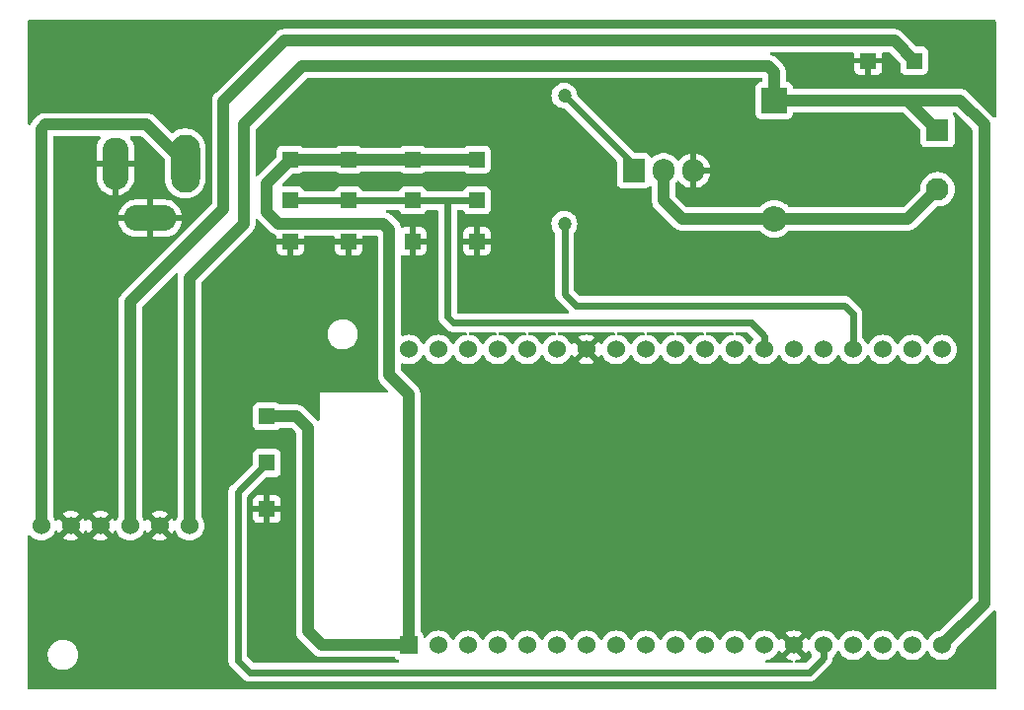
<source format=gbr>
%TF.GenerationSoftware,KiCad,Pcbnew,8.0.8*%
%TF.CreationDate,2025-03-04T22:32:40-05:00*%
%TF.ProjectId,PCBboya,50434262-6f79-4612-9e6b-696361645f70,rev?*%
%TF.SameCoordinates,Original*%
%TF.FileFunction,Copper,L2,Bot*%
%TF.FilePolarity,Positive*%
%FSLAX46Y46*%
G04 Gerber Fmt 4.6, Leading zero omitted, Abs format (unit mm)*
G04 Created by KiCad (PCBNEW 8.0.8) date 2025-03-04 22:32:40*
%MOMM*%
%LPD*%
G01*
G04 APERTURE LIST*
%TA.AperFunction,ComponentPad*%
%ADD10R,1.390000X1.390000*%
%TD*%
%TA.AperFunction,ComponentPad*%
%ADD11R,1.905000X2.000000*%
%TD*%
%TA.AperFunction,ComponentPad*%
%ADD12O,1.905000X2.000000*%
%TD*%
%TA.AperFunction,ComponentPad*%
%ADD13C,1.524000*%
%TD*%
%TA.AperFunction,ComponentPad*%
%ADD14R,1.950000X1.950000*%
%TD*%
%TA.AperFunction,ComponentPad*%
%ADD15C,1.950000*%
%TD*%
%TA.AperFunction,ComponentPad*%
%ADD16R,2.200000X2.200000*%
%TD*%
%TA.AperFunction,ComponentPad*%
%ADD17O,2.200000X2.200000*%
%TD*%
%TA.AperFunction,ComponentPad*%
%ADD18O,2.500000X5.000000*%
%TD*%
%TA.AperFunction,ComponentPad*%
%ADD19O,2.250000X4.500000*%
%TD*%
%TA.AperFunction,ComponentPad*%
%ADD20O,4.500000X2.250000*%
%TD*%
%TA.AperFunction,ComponentPad*%
%ADD21C,1.200000*%
%TD*%
%TA.AperFunction,ComponentPad*%
%ADD22R,1.530000X1.530000*%
%TD*%
%TA.AperFunction,ComponentPad*%
%ADD23C,1.530000*%
%TD*%
%TA.AperFunction,Conductor*%
%ADD24C,1.000000*%
%TD*%
%TA.AperFunction,Conductor*%
%ADD25C,0.600000*%
%TD*%
G04 APERTURE END LIST*
D10*
%TO.P,J19,01,01*%
%TO.N,GND*%
X173040000Y-70000000D03*
%TD*%
%TO.P,J3,01,01*%
%TO.N,+3V3*%
X123500000Y-78500000D03*
%TD*%
%TO.P,J10,01,01*%
%TO.N,/SensorTempData*%
X134000000Y-82000000D03*
%TD*%
%TO.P,J18,01,01*%
%TO.N,+BATT*%
X177000000Y-70000000D03*
%TD*%
%TO.P,J13,01,01*%
%TO.N,/SensorTempData*%
X139500000Y-82000000D03*
%TD*%
%TO.P,J16,01,01*%
%TO.N,/IO26DHT22*%
X121500000Y-104540000D03*
%TD*%
%TO.P,J7,01,01*%
%TO.N,/SensorTempData*%
X128500000Y-82000000D03*
%TD*%
%TO.P,J5,01,01*%
%TO.N,GND*%
X123500000Y-85500000D03*
%TD*%
%TO.P,J4,01,01*%
%TO.N,/SensorTempData*%
X123500000Y-82000000D03*
%TD*%
%TO.P,J8,01,01*%
%TO.N,GND*%
X128500000Y-85500000D03*
%TD*%
%TO.P,J14,01,01*%
%TO.N,GND*%
X134000000Y-85500000D03*
%TD*%
%TO.P,J15,01,01*%
%TO.N,GND*%
X121500000Y-108500000D03*
%TD*%
%TO.P,J17,01,01*%
%TO.N,+3V3*%
X121500000Y-100540000D03*
%TD*%
%TO.P,J9,01,01*%
%TO.N,+3V3*%
X134000000Y-78500000D03*
%TD*%
D11*
%TO.P,Q1,1,B*%
%TO.N,Net-(Q1-B)*%
X152960000Y-79445000D03*
D12*
%TO.P,Q1,2,C*%
%TO.N,Net-(D1-A)*%
X155500000Y-79445000D03*
%TO.P,Q1,3,E*%
%TO.N,GND*%
X158040000Y-79445000D03*
%TD*%
D13*
%TO.P,U4,1,VIN*%
%TO.N,VDC*%
X102150000Y-109930000D03*
%TO.P,U4,2,GND*%
%TO.N,GND*%
X104690000Y-109930000D03*
%TO.P,U4,3,GND*%
X107230000Y-109930000D03*
%TO.P,U4,4,BAT*%
%TO.N,+BATT*%
X109770000Y-109930000D03*
%TO.P,U4,5,GND*%
%TO.N,GND*%
X112310000Y-109930000D03*
%TO.P,U4,6,OUT-5V*%
%TO.N,+5V*%
X114850000Y-109930000D03*
%TD*%
D14*
%TO.P,J2,1,1*%
%TO.N,+5V*%
X179000000Y-75960000D03*
D15*
%TO.P,J2,2,2*%
%TO.N,Net-(D1-A)*%
X179000000Y-81040000D03*
%TD*%
D10*
%TO.P,J12,01,01*%
%TO.N,+3V3*%
X139500000Y-78500000D03*
%TD*%
D16*
%TO.P,D1,1,K*%
%TO.N,+5V*%
X165000000Y-73420000D03*
D17*
%TO.P,D1,2,A*%
%TO.N,Net-(D1-A)*%
X165000000Y-83580000D03*
%TD*%
D18*
%TO.P,J1,1*%
%TO.N,VDC*%
X114500000Y-78825000D03*
D19*
%TO.P,J1,2*%
%TO.N,GND*%
X108500000Y-78825000D03*
D20*
%TO.P,J1,3*%
X111500000Y-83525000D03*
%TD*%
D10*
%TO.P,J6,01,01*%
%TO.N,+3V3*%
X128500000Y-78500000D03*
%TD*%
%TO.P,J11,01,01*%
%TO.N,GND*%
X139500000Y-85500000D03*
%TD*%
D21*
%TO.P,R1,1*%
%TO.N,/IO4Bomba*%
X147000000Y-84000000D03*
%TO.P,R1,2*%
%TO.N,Net-(Q1-B)*%
X147000000Y-73000000D03*
%TD*%
D22*
%TO.P,U1,1,3V3*%
%TO.N,+3V3*%
X133650000Y-120200000D03*
D23*
%TO.P,U1,2,EN*%
%TO.N,unconnected-(U1-EN-Pad2)*%
X136190000Y-120200000D03*
%TO.P,U1,3,SENSOR_VP*%
%TO.N,unconnected-(U1-SENSOR_VP-Pad3)*%
X138730000Y-120200000D03*
%TO.P,U1,4,SENSOR_VN*%
%TO.N,unconnected-(U1-SENSOR_VN-Pad4)*%
X141270000Y-120200000D03*
%TO.P,U1,5,IO34*%
%TO.N,unconnected-(U1-IO34-Pad5)*%
X143810000Y-120200000D03*
%TO.P,U1,6,IO35*%
%TO.N,unconnected-(U1-IO35-Pad6)*%
X146350000Y-120200000D03*
%TO.P,U1,7,IO32*%
%TO.N,unconnected-(U1-IO32-Pad7)*%
X148890000Y-120200000D03*
%TO.P,U1,8,IO33*%
%TO.N,unconnected-(U1-IO33-Pad8)*%
X151430000Y-120200000D03*
%TO.P,U1,9,IO25*%
%TO.N,unconnected-(U1-IO25-Pad9)*%
X153970000Y-120200000D03*
%TO.P,U1,10,IO26*%
%TO.N,unconnected-(U1-IO26-Pad10)*%
X156510000Y-120200000D03*
%TO.P,U1,11,IO27*%
%TO.N,unconnected-(U1-IO27-Pad11)*%
X159050000Y-120200000D03*
%TO.P,U1,12,IO14*%
%TO.N,unconnected-(U1-IO14-Pad12)*%
X161590000Y-120200000D03*
%TO.P,U1,13,IO12*%
%TO.N,unconnected-(U1-IO12-Pad13)*%
X164130000Y-120200000D03*
%TO.P,U1,14,GND1*%
%TO.N,GND*%
X166670000Y-120200000D03*
%TO.P,U1,15,IO13*%
%TO.N,/IO26DHT22*%
X169210000Y-120200000D03*
%TO.P,U1,16,SD2*%
%TO.N,unconnected-(U1-SD2-Pad16)*%
X171750000Y-120200000D03*
%TO.P,U1,17,SD3*%
%TO.N,unconnected-(U1-SD3-Pad17)*%
X174290000Y-120200000D03*
%TO.P,U1,18,CMD*%
%TO.N,unconnected-(U1-CMD-Pad18)*%
X176830000Y-120200000D03*
%TO.P,U1,19,EXT_5V*%
%TO.N,+5V*%
X179370000Y-120200000D03*
%TO.P,U1,20,CLK*%
%TO.N,unconnected-(U1-CLK-Pad20)*%
X179370000Y-94800000D03*
%TO.P,U1,21,SD0*%
%TO.N,unconnected-(U1-SD0-Pad21)*%
X176830000Y-94800000D03*
%TO.P,U1,22,SD1*%
%TO.N,unconnected-(U1-SD1-Pad22)*%
X174290000Y-94800000D03*
%TO.P,U1,23,IO15*%
%TO.N,/IO4Bomba*%
X171750000Y-94800000D03*
%TO.P,U1,24,IO2*%
%TO.N,unconnected-(U1-IO2-Pad24)*%
X169210000Y-94800000D03*
%TO.P,U1,25,IO0*%
%TO.N,unconnected-(U1-IO0-Pad25)*%
X166670000Y-94800000D03*
%TO.P,U1,26,IO4*%
%TO.N,/SensorTempData*%
X164130000Y-94800000D03*
%TO.P,U1,27,IO16*%
%TO.N,unconnected-(U1-IO16-Pad27)*%
X161590000Y-94800000D03*
%TO.P,U1,28,IO17*%
%TO.N,unconnected-(U1-IO17-Pad28)*%
X159050000Y-94800000D03*
%TO.P,U1,29,IO5*%
%TO.N,unconnected-(U1-IO5-Pad29)*%
X156510000Y-94800000D03*
%TO.P,U1,30,IO18*%
%TO.N,unconnected-(U1-IO18-Pad30)*%
X153970000Y-94800000D03*
%TO.P,U1,31,IO19*%
%TO.N,unconnected-(U1-IO19-Pad31)*%
X151430000Y-94800000D03*
%TO.P,U1,32,GND2*%
%TO.N,GND*%
X148890000Y-94800000D03*
%TO.P,U1,33,IO21*%
%TO.N,unconnected-(U1-IO21-Pad33)*%
X146350000Y-94800000D03*
%TO.P,U1,34,RXD0*%
%TO.N,unconnected-(U1-RXD0-Pad34)*%
X143810000Y-94800000D03*
%TO.P,U1,35,TXD0*%
%TO.N,unconnected-(U1-TXD0-Pad35)*%
X141270000Y-94800000D03*
%TO.P,U1,36,IO22*%
%TO.N,unconnected-(U1-IO22-Pad36)*%
X138730000Y-94800000D03*
%TO.P,U1,37,IO23*%
%TO.N,unconnected-(U1-IO23-Pad37)*%
X136190000Y-94800000D03*
%TO.P,U1,38,GND3*%
%TO.N,unconnected-(U1-GND3-Pad38)*%
X133650000Y-94800000D03*
%TD*%
D24*
%TO.N,+BATT*%
X117780000Y-82720000D02*
X117780000Y-73494660D01*
X175280000Y-68280000D02*
X177000000Y-70000000D01*
X109770000Y-109930000D02*
X109770000Y-90730000D01*
X109770000Y-90730000D02*
X117780000Y-82720000D01*
X122994660Y-68280000D02*
X175280000Y-68280000D01*
X117780000Y-73494660D02*
X122994660Y-68280000D01*
%TO.N,+5V*%
X114850000Y-88650000D02*
X114850000Y-109930000D01*
X176420000Y-73420000D02*
X178960000Y-75960000D01*
X165000000Y-73420000D02*
X176420000Y-73420000D01*
X119500000Y-75500000D02*
X119500000Y-84000000D01*
X178960000Y-75960000D02*
X179000000Y-75960000D01*
X119500000Y-84000000D02*
X114850000Y-88650000D01*
X124500000Y-70500000D02*
X119500000Y-75500000D01*
X179370000Y-120200000D02*
X183000000Y-116570000D01*
X183000000Y-75500000D02*
X180920000Y-73420000D01*
X165000000Y-73420000D02*
X165000000Y-71000000D01*
X165000000Y-71000000D02*
X164500000Y-70500000D01*
X164500000Y-70500000D02*
X124500000Y-70500000D01*
X183000000Y-116570000D02*
X183000000Y-75500000D01*
X180920000Y-73420000D02*
X176420000Y-73420000D01*
%TO.N,Net-(D1-A)*%
X165000000Y-83580000D02*
X157080000Y-83580000D01*
X155500000Y-82000000D02*
X155500000Y-79445000D01*
X176460000Y-83580000D02*
X179000000Y-81040000D01*
X157080000Y-83580000D02*
X155500000Y-82000000D01*
X165000000Y-83580000D02*
X176460000Y-83580000D01*
%TO.N,VDC*%
X102150000Y-75850000D02*
X102150000Y-109930000D01*
X114500000Y-78825000D02*
X111175000Y-75500000D01*
X111175000Y-75500000D02*
X102500000Y-75500000D01*
X102500000Y-75500000D02*
X102150000Y-75850000D01*
D25*
%TO.N,Net-(Q1-B)*%
X152960000Y-78960000D02*
X152960000Y-79445000D01*
X147000000Y-73000000D02*
X152960000Y-78960000D01*
%TO.N,/IO4Bomba*%
X171750000Y-94800000D02*
X171750000Y-91750000D01*
X147000000Y-90000000D02*
X147000000Y-84000000D01*
X171000000Y-91000000D02*
X148000000Y-91000000D01*
X148000000Y-91000000D02*
X147000000Y-90000000D01*
X171750000Y-91750000D02*
X171000000Y-91000000D01*
D24*
%TO.N,+3V3*%
X121500000Y-83000000D02*
X121500000Y-80500000D01*
X133650000Y-120200000D02*
X133650000Y-98650000D01*
X131500000Y-84000000D02*
X122500000Y-84000000D01*
X122500000Y-84000000D02*
X121500000Y-83000000D01*
X121500000Y-100540000D02*
X124040000Y-100540000D01*
X126200000Y-120200000D02*
X133650000Y-120200000D01*
X121500000Y-80500000D02*
X123500000Y-78500000D01*
X125000000Y-101500000D02*
X125000000Y-119000000D01*
X132000000Y-97000000D02*
X132000000Y-84500000D01*
X124040000Y-100540000D02*
X125000000Y-101500000D01*
X132000000Y-84500000D02*
X131500000Y-84000000D01*
X128500000Y-78500000D02*
X123500000Y-78500000D01*
X133650000Y-98650000D02*
X132000000Y-97000000D01*
X125000000Y-119000000D02*
X126200000Y-120200000D01*
X139500000Y-78500000D02*
X134000000Y-78500000D01*
X134000000Y-78500000D02*
X128500000Y-78500000D01*
D25*
%TO.N,/SensorTempData*%
X137500000Y-92500000D02*
X137000000Y-92000000D01*
X137000000Y-82000000D02*
X139500000Y-82000000D01*
X137000000Y-82000000D02*
X134000000Y-82000000D01*
X164130000Y-94800000D02*
X164130000Y-93630000D01*
X134000000Y-82000000D02*
X128500000Y-82000000D01*
X137000000Y-92000000D02*
X137000000Y-82000000D01*
X128500000Y-82000000D02*
X123500000Y-82000000D01*
X163000000Y-92500000D02*
X137500000Y-92500000D01*
X164130000Y-93630000D02*
X163000000Y-92500000D01*
%TO.N,/IO26DHT22*%
X119000000Y-121500000D02*
X119000000Y-107040000D01*
X120000000Y-122500000D02*
X119000000Y-121500000D01*
X169210000Y-121290000D02*
X168000000Y-122500000D01*
X168000000Y-122500000D02*
X120000000Y-122500000D01*
X169210000Y-120200000D02*
X169210000Y-121290000D01*
X119000000Y-107040000D02*
X121500000Y-104540000D01*
%TD*%
%TA.AperFunction,Conductor*%
%TO.N,GND*%
G36*
X120705703Y-83619678D02*
G01*
X120720357Y-83634730D01*
X120722859Y-83637779D01*
X120722861Y-83637782D01*
X120862218Y-83777139D01*
X120862219Y-83777139D01*
X120869286Y-83784206D01*
X120869285Y-83784206D01*
X120869289Y-83784209D01*
X121862215Y-84777137D01*
X121862219Y-84777140D01*
X122026079Y-84886628D01*
X122026085Y-84886631D01*
X122026086Y-84886632D01*
X122208165Y-84962052D01*
X122208175Y-84962054D01*
X122213995Y-84963820D01*
X122213405Y-84965763D01*
X122267081Y-84993824D01*
X122301670Y-85054532D01*
X122305000Y-85083077D01*
X122305000Y-85250000D01*
X123043893Y-85250000D01*
X123015437Y-85299288D01*
X122980000Y-85431541D01*
X122980000Y-85568459D01*
X123015437Y-85700712D01*
X123043893Y-85750000D01*
X122305000Y-85750000D01*
X122305000Y-86242844D01*
X122311401Y-86302372D01*
X122311403Y-86302379D01*
X122361645Y-86437086D01*
X122361649Y-86437093D01*
X122447809Y-86552187D01*
X122447812Y-86552190D01*
X122562906Y-86638350D01*
X122562913Y-86638354D01*
X122697620Y-86688596D01*
X122697627Y-86688598D01*
X122757155Y-86694999D01*
X122757172Y-86695000D01*
X123250000Y-86695000D01*
X123250000Y-85956106D01*
X123299288Y-85984563D01*
X123431541Y-86020000D01*
X123568459Y-86020000D01*
X123700712Y-85984563D01*
X123750000Y-85956106D01*
X123750000Y-86695000D01*
X124242828Y-86695000D01*
X124242844Y-86694999D01*
X124302372Y-86688598D01*
X124302379Y-86688596D01*
X124437086Y-86638354D01*
X124437093Y-86638350D01*
X124552187Y-86552190D01*
X124552190Y-86552187D01*
X124638350Y-86437093D01*
X124638354Y-86437086D01*
X124688596Y-86302379D01*
X124688598Y-86302372D01*
X124694999Y-86242844D01*
X124695000Y-86242827D01*
X124695000Y-85750000D01*
X123956107Y-85750000D01*
X123984563Y-85700712D01*
X124020000Y-85568459D01*
X124020000Y-85431541D01*
X123984563Y-85299288D01*
X123956107Y-85250000D01*
X124695000Y-85250000D01*
X124695000Y-85124500D01*
X124714685Y-85057461D01*
X124767489Y-85011706D01*
X124819000Y-85000500D01*
X127181000Y-85000500D01*
X127248039Y-85020185D01*
X127293794Y-85072989D01*
X127305000Y-85124500D01*
X127305000Y-85250000D01*
X128043893Y-85250000D01*
X128015437Y-85299288D01*
X127980000Y-85431541D01*
X127980000Y-85568459D01*
X128015437Y-85700712D01*
X128043893Y-85750000D01*
X127305000Y-85750000D01*
X127305000Y-86242844D01*
X127311401Y-86302372D01*
X127311403Y-86302379D01*
X127361645Y-86437086D01*
X127361649Y-86437093D01*
X127447809Y-86552187D01*
X127447812Y-86552190D01*
X127562906Y-86638350D01*
X127562913Y-86638354D01*
X127697620Y-86688596D01*
X127697627Y-86688598D01*
X127757155Y-86694999D01*
X127757172Y-86695000D01*
X128250000Y-86695000D01*
X128250000Y-85956106D01*
X128299288Y-85984563D01*
X128431541Y-86020000D01*
X128568459Y-86020000D01*
X128700712Y-85984563D01*
X128750000Y-85956106D01*
X128750000Y-86695000D01*
X129242828Y-86695000D01*
X129242844Y-86694999D01*
X129302372Y-86688598D01*
X129302379Y-86688596D01*
X129437086Y-86638354D01*
X129437093Y-86638350D01*
X129552187Y-86552190D01*
X129552190Y-86552187D01*
X129638350Y-86437093D01*
X129638354Y-86437086D01*
X129688596Y-86302379D01*
X129688598Y-86302372D01*
X129694999Y-86242844D01*
X129695000Y-86242827D01*
X129695000Y-85750000D01*
X128956107Y-85750000D01*
X128984563Y-85700712D01*
X129020000Y-85568459D01*
X129020000Y-85431541D01*
X128984563Y-85299288D01*
X128956107Y-85250000D01*
X129695000Y-85250000D01*
X129695000Y-85124500D01*
X129714685Y-85057461D01*
X129767489Y-85011706D01*
X129819000Y-85000500D01*
X130875500Y-85000500D01*
X130942539Y-85020185D01*
X130988294Y-85072989D01*
X130999500Y-85124500D01*
X130999500Y-97098541D01*
X130999500Y-97098543D01*
X130999499Y-97098543D01*
X131037947Y-97291829D01*
X131037950Y-97291839D01*
X131113364Y-97473907D01*
X131113371Y-97473920D01*
X131222859Y-97637780D01*
X131222860Y-97637781D01*
X131222861Y-97637782D01*
X131362218Y-97777139D01*
X131362219Y-97777139D01*
X131369286Y-97784206D01*
X131369285Y-97784206D01*
X131369289Y-97784209D01*
X131873399Y-98288319D01*
X131906884Y-98349642D01*
X131901900Y-98419334D01*
X131860028Y-98475267D01*
X131794564Y-98499684D01*
X131785718Y-98500000D01*
X126000000Y-98500000D01*
X126000000Y-100787217D01*
X125980315Y-100854256D01*
X125927511Y-100900011D01*
X125858353Y-100909955D01*
X125794797Y-100880930D01*
X125780149Y-100865885D01*
X125777136Y-100862214D01*
X125634686Y-100719764D01*
X125634655Y-100719735D01*
X124821479Y-99906559D01*
X124821459Y-99906537D01*
X124677785Y-99762863D01*
X124677781Y-99762860D01*
X124513920Y-99653371D01*
X124513911Y-99653366D01*
X124430683Y-99618892D01*
X124385165Y-99600038D01*
X124358500Y-99588993D01*
X124331837Y-99577949D01*
X124331833Y-99577948D01*
X124235150Y-99558717D01*
X124138543Y-99539500D01*
X124138541Y-99539500D01*
X122653577Y-99539500D01*
X122586538Y-99519815D01*
X122554308Y-99489808D01*
X122552547Y-99487455D01*
X122552542Y-99487451D01*
X122437335Y-99401206D01*
X122437328Y-99401202D01*
X122302482Y-99350908D01*
X122302483Y-99350908D01*
X122242883Y-99344501D01*
X122242881Y-99344500D01*
X122242873Y-99344500D01*
X122242864Y-99344500D01*
X120757129Y-99344500D01*
X120757123Y-99344501D01*
X120697516Y-99350908D01*
X120562671Y-99401202D01*
X120562664Y-99401206D01*
X120447455Y-99487452D01*
X120447452Y-99487455D01*
X120361206Y-99602664D01*
X120361202Y-99602671D01*
X120310908Y-99737517D01*
X120304501Y-99797116D01*
X120304500Y-99797135D01*
X120304500Y-101282870D01*
X120304501Y-101282876D01*
X120310908Y-101342483D01*
X120361202Y-101477328D01*
X120361206Y-101477335D01*
X120447452Y-101592544D01*
X120447455Y-101592547D01*
X120562664Y-101678793D01*
X120562671Y-101678797D01*
X120697517Y-101729091D01*
X120697516Y-101729091D01*
X120704444Y-101729835D01*
X120757127Y-101735500D01*
X122242872Y-101735499D01*
X122302483Y-101729091D01*
X122437331Y-101678796D01*
X122552546Y-101592546D01*
X122554308Y-101590191D01*
X122556662Y-101588429D01*
X122558820Y-101586272D01*
X122559130Y-101586582D01*
X122610240Y-101548319D01*
X122653577Y-101540500D01*
X123574218Y-101540500D01*
X123641257Y-101560185D01*
X123661899Y-101576819D01*
X123963181Y-101878101D01*
X123996666Y-101939424D01*
X123999500Y-101965782D01*
X123999500Y-119098544D01*
X124025317Y-119228334D01*
X124037946Y-119291827D01*
X124037949Y-119291837D01*
X124113364Y-119473907D01*
X124113371Y-119473920D01*
X124222859Y-119637780D01*
X124222860Y-119637781D01*
X124222861Y-119637782D01*
X124362218Y-119777139D01*
X124362219Y-119777139D01*
X124369286Y-119784206D01*
X124369285Y-119784206D01*
X124369288Y-119784208D01*
X125422860Y-120837781D01*
X125422861Y-120837782D01*
X125562218Y-120977139D01*
X125562219Y-120977140D01*
X125726079Y-121086628D01*
X125726092Y-121086635D01*
X125854833Y-121139961D01*
X125908159Y-121162049D01*
X125908164Y-121162051D01*
X125956507Y-121171667D01*
X125992745Y-121178875D01*
X126101456Y-121200500D01*
X126101459Y-121200500D01*
X126101460Y-121200500D01*
X126298540Y-121200500D01*
X132374021Y-121200500D01*
X132441060Y-121220185D01*
X132473286Y-121250187D01*
X132500000Y-121285872D01*
X132500000Y-121699500D01*
X120382940Y-121699500D01*
X120315901Y-121679815D01*
X120295259Y-121663181D01*
X119836819Y-121204741D01*
X119803334Y-121143418D01*
X119800500Y-121117060D01*
X119800500Y-107757155D01*
X120305000Y-107757155D01*
X120305000Y-108250000D01*
X121043893Y-108250000D01*
X121015437Y-108299288D01*
X120980000Y-108431541D01*
X120980000Y-108568459D01*
X121015437Y-108700712D01*
X121043893Y-108750000D01*
X120305000Y-108750000D01*
X120305000Y-109242844D01*
X120311401Y-109302372D01*
X120311403Y-109302379D01*
X120361645Y-109437086D01*
X120361649Y-109437093D01*
X120447809Y-109552187D01*
X120447812Y-109552190D01*
X120562906Y-109638350D01*
X120562913Y-109638354D01*
X120697620Y-109688596D01*
X120697627Y-109688598D01*
X120757155Y-109694999D01*
X120757172Y-109695000D01*
X121250000Y-109695000D01*
X121250000Y-108956106D01*
X121299288Y-108984563D01*
X121431541Y-109020000D01*
X121568459Y-109020000D01*
X121700712Y-108984563D01*
X121750000Y-108956106D01*
X121750000Y-109695000D01*
X122242828Y-109695000D01*
X122242844Y-109694999D01*
X122302372Y-109688598D01*
X122302379Y-109688596D01*
X122437086Y-109638354D01*
X122437093Y-109638350D01*
X122552187Y-109552190D01*
X122552190Y-109552187D01*
X122638350Y-109437093D01*
X122638354Y-109437086D01*
X122688596Y-109302379D01*
X122688598Y-109302372D01*
X122694999Y-109242844D01*
X122695000Y-109242827D01*
X122695000Y-108750000D01*
X121956107Y-108750000D01*
X121984563Y-108700712D01*
X122020000Y-108568459D01*
X122020000Y-108431541D01*
X121984563Y-108299288D01*
X121956107Y-108250000D01*
X122695000Y-108250000D01*
X122695000Y-107757172D01*
X122694999Y-107757155D01*
X122688598Y-107697627D01*
X122688596Y-107697620D01*
X122638354Y-107562913D01*
X122638350Y-107562906D01*
X122552190Y-107447812D01*
X122552187Y-107447809D01*
X122437093Y-107361649D01*
X122437086Y-107361645D01*
X122302379Y-107311403D01*
X122302372Y-107311401D01*
X122242844Y-107305000D01*
X121750000Y-107305000D01*
X121750000Y-108043893D01*
X121700712Y-108015437D01*
X121568459Y-107980000D01*
X121431541Y-107980000D01*
X121299288Y-108015437D01*
X121250000Y-108043893D01*
X121250000Y-107305000D01*
X120757155Y-107305000D01*
X120697627Y-107311401D01*
X120697620Y-107311403D01*
X120562913Y-107361645D01*
X120562906Y-107361649D01*
X120447812Y-107447809D01*
X120447809Y-107447812D01*
X120361649Y-107562906D01*
X120361645Y-107562913D01*
X120311403Y-107697620D01*
X120311401Y-107697627D01*
X120305000Y-107757155D01*
X119800500Y-107757155D01*
X119800500Y-107422939D01*
X119820185Y-107355900D01*
X119836814Y-107335263D01*
X121400259Y-105771817D01*
X121461582Y-105738333D01*
X121487940Y-105735499D01*
X122242871Y-105735499D01*
X122242872Y-105735499D01*
X122302483Y-105729091D01*
X122437331Y-105678796D01*
X122552546Y-105592546D01*
X122638796Y-105477331D01*
X122689091Y-105342483D01*
X122695500Y-105282873D01*
X122695499Y-103797128D01*
X122689091Y-103737517D01*
X122638796Y-103602669D01*
X122638795Y-103602668D01*
X122638793Y-103602664D01*
X122552547Y-103487455D01*
X122552544Y-103487452D01*
X122437335Y-103401206D01*
X122437328Y-103401202D01*
X122302482Y-103350908D01*
X122302483Y-103350908D01*
X122242883Y-103344501D01*
X122242881Y-103344500D01*
X122242873Y-103344500D01*
X122242864Y-103344500D01*
X120757129Y-103344500D01*
X120757123Y-103344501D01*
X120697516Y-103350908D01*
X120562671Y-103401202D01*
X120562664Y-103401206D01*
X120447455Y-103487452D01*
X120447452Y-103487455D01*
X120361206Y-103602664D01*
X120361202Y-103602671D01*
X120310908Y-103737517D01*
X120304501Y-103797116D01*
X120304501Y-103797123D01*
X120304500Y-103797135D01*
X120304500Y-104552059D01*
X120284815Y-104619098D01*
X120268180Y-104639740D01*
X118489711Y-106418211D01*
X118433960Y-106473962D01*
X118378209Y-106529712D01*
X118290609Y-106660814D01*
X118290602Y-106660827D01*
X118230264Y-106806498D01*
X118230261Y-106806510D01*
X118199500Y-106961153D01*
X118199500Y-121578846D01*
X118230261Y-121733489D01*
X118230264Y-121733501D01*
X118290602Y-121879172D01*
X118290609Y-121879185D01*
X118378210Y-122010288D01*
X118378213Y-122010292D01*
X119489707Y-123121786D01*
X119489711Y-123121789D01*
X119620814Y-123209390D01*
X119620818Y-123209392D01*
X119620821Y-123209394D01*
X119766503Y-123269738D01*
X119921153Y-123300499D01*
X119921157Y-123300500D01*
X132500000Y-123300500D01*
X132500000Y-123999500D01*
X101124500Y-123999500D01*
X101057461Y-123979815D01*
X101011706Y-123927011D01*
X101000500Y-123875500D01*
X101000500Y-120897648D01*
X102699500Y-120897648D01*
X102699500Y-121102351D01*
X102731522Y-121304534D01*
X102794781Y-121499223D01*
X102835350Y-121578842D01*
X102886798Y-121679815D01*
X102887715Y-121681613D01*
X103008028Y-121847213D01*
X103152786Y-121991971D01*
X103307749Y-122104556D01*
X103318390Y-122112287D01*
X103434607Y-122171503D01*
X103500776Y-122205218D01*
X103500778Y-122205218D01*
X103500781Y-122205220D01*
X103605137Y-122239127D01*
X103695465Y-122268477D01*
X103796557Y-122284488D01*
X103897648Y-122300500D01*
X103897649Y-122300500D01*
X104102351Y-122300500D01*
X104102352Y-122300500D01*
X104304534Y-122268477D01*
X104499219Y-122205220D01*
X104681610Y-122112287D01*
X104774590Y-122044732D01*
X104847213Y-121991971D01*
X104847215Y-121991968D01*
X104847219Y-121991966D01*
X104991966Y-121847219D01*
X104991968Y-121847215D01*
X104991971Y-121847213D01*
X105099289Y-121699500D01*
X105112287Y-121681610D01*
X105205220Y-121499219D01*
X105268477Y-121304534D01*
X105300500Y-121102352D01*
X105300500Y-120897648D01*
X105268477Y-120695466D01*
X105248661Y-120634480D01*
X105205218Y-120500776D01*
X105164361Y-120420591D01*
X105112287Y-120318390D01*
X105029046Y-120203817D01*
X104991971Y-120152786D01*
X104847213Y-120008028D01*
X104681613Y-119887715D01*
X104681612Y-119887714D01*
X104681610Y-119887713D01*
X104624653Y-119858691D01*
X104499223Y-119794781D01*
X104304534Y-119731522D01*
X104129995Y-119703878D01*
X104102352Y-119699500D01*
X103897648Y-119699500D01*
X103873329Y-119703351D01*
X103695465Y-119731522D01*
X103500776Y-119794781D01*
X103318386Y-119887715D01*
X103152786Y-120008028D01*
X103008028Y-120152786D01*
X102887715Y-120318386D01*
X102794781Y-120500776D01*
X102731522Y-120695465D01*
X102699500Y-120897648D01*
X101000500Y-120897648D01*
X101000500Y-110865308D01*
X101020185Y-110798269D01*
X101072989Y-110752514D01*
X101142147Y-110742570D01*
X101205703Y-110771595D01*
X101212181Y-110777627D01*
X101335378Y-110900824D01*
X101335384Y-110900829D01*
X101516333Y-111027531D01*
X101516335Y-111027532D01*
X101516338Y-111027534D01*
X101716550Y-111120894D01*
X101929932Y-111178070D01*
X102087123Y-111191822D01*
X102149998Y-111197323D01*
X102150000Y-111197323D01*
X102150002Y-111197323D01*
X102205017Y-111192509D01*
X102370068Y-111178070D01*
X102583450Y-111120894D01*
X102783662Y-111027534D01*
X102964620Y-110900826D01*
X103120826Y-110744620D01*
X103247534Y-110563662D01*
X103307894Y-110434218D01*
X103354066Y-110381779D01*
X103421259Y-110362627D01*
X103488141Y-110382843D01*
X103532658Y-110434219D01*
X103592898Y-110563405D01*
X103592901Y-110563411D01*
X103638258Y-110628187D01*
X103638258Y-110628188D01*
X104309000Y-109957446D01*
X104309000Y-109980160D01*
X104334964Y-110077061D01*
X104385124Y-110163940D01*
X104456060Y-110234876D01*
X104542939Y-110285036D01*
X104639840Y-110311000D01*
X104662553Y-110311000D01*
X103991810Y-110981740D01*
X104056590Y-111027099D01*
X104056592Y-111027100D01*
X104256715Y-111120419D01*
X104256729Y-111120424D01*
X104470013Y-111177573D01*
X104470023Y-111177575D01*
X104689999Y-111196821D01*
X104690001Y-111196821D01*
X104909976Y-111177575D01*
X104909986Y-111177573D01*
X105123270Y-111120424D01*
X105123284Y-111120419D01*
X105323407Y-111027100D01*
X105323417Y-111027094D01*
X105388188Y-110981741D01*
X104717448Y-110311000D01*
X104740160Y-110311000D01*
X104837061Y-110285036D01*
X104923940Y-110234876D01*
X104994876Y-110163940D01*
X105045036Y-110077061D01*
X105071000Y-109980160D01*
X105071000Y-109957447D01*
X105741741Y-110628188D01*
X105787094Y-110563417D01*
X105787100Y-110563407D01*
X105847618Y-110433627D01*
X105893790Y-110381187D01*
X105960983Y-110362035D01*
X106027865Y-110382251D01*
X106072382Y-110433627D01*
X106132898Y-110563405D01*
X106132901Y-110563411D01*
X106178258Y-110628187D01*
X106178258Y-110628188D01*
X106849000Y-109957446D01*
X106849000Y-109980160D01*
X106874964Y-110077061D01*
X106925124Y-110163940D01*
X106996060Y-110234876D01*
X107082939Y-110285036D01*
X107179840Y-110311000D01*
X107202553Y-110311000D01*
X106531810Y-110981740D01*
X106596590Y-111027099D01*
X106596592Y-111027100D01*
X106796715Y-111120419D01*
X106796729Y-111120424D01*
X107010013Y-111177573D01*
X107010023Y-111177575D01*
X107229999Y-111196821D01*
X107230001Y-111196821D01*
X107449976Y-111177575D01*
X107449986Y-111177573D01*
X107663270Y-111120424D01*
X107663284Y-111120419D01*
X107863407Y-111027100D01*
X107863417Y-111027094D01*
X107928188Y-110981741D01*
X107257448Y-110311000D01*
X107280160Y-110311000D01*
X107377061Y-110285036D01*
X107463940Y-110234876D01*
X107534876Y-110163940D01*
X107585036Y-110077061D01*
X107611000Y-109980160D01*
X107611000Y-109957447D01*
X108281741Y-110628188D01*
X108327094Y-110563417D01*
X108327095Y-110563416D01*
X108387340Y-110434219D01*
X108433512Y-110381780D01*
X108500706Y-110362627D01*
X108567587Y-110382842D01*
X108612105Y-110434218D01*
X108672466Y-110563662D01*
X108672468Y-110563666D01*
X108799170Y-110744615D01*
X108799175Y-110744621D01*
X108955378Y-110900824D01*
X108955384Y-110900829D01*
X109136333Y-111027531D01*
X109136335Y-111027532D01*
X109136338Y-111027534D01*
X109336550Y-111120894D01*
X109549932Y-111178070D01*
X109707123Y-111191822D01*
X109769998Y-111197323D01*
X109770000Y-111197323D01*
X109770002Y-111197323D01*
X109825017Y-111192509D01*
X109990068Y-111178070D01*
X110203450Y-111120894D01*
X110403662Y-111027534D01*
X110584620Y-110900826D01*
X110740826Y-110744620D01*
X110867534Y-110563662D01*
X110927894Y-110434218D01*
X110974066Y-110381779D01*
X111041259Y-110362627D01*
X111108141Y-110382843D01*
X111152658Y-110434219D01*
X111212898Y-110563405D01*
X111212901Y-110563411D01*
X111258258Y-110628187D01*
X111258258Y-110628188D01*
X111929000Y-109957446D01*
X111929000Y-109980160D01*
X111954964Y-110077061D01*
X112005124Y-110163940D01*
X112076060Y-110234876D01*
X112162939Y-110285036D01*
X112259840Y-110311000D01*
X112282553Y-110311000D01*
X111611810Y-110981740D01*
X111676590Y-111027099D01*
X111676592Y-111027100D01*
X111876715Y-111120419D01*
X111876729Y-111120424D01*
X112090013Y-111177573D01*
X112090023Y-111177575D01*
X112309999Y-111196821D01*
X112310001Y-111196821D01*
X112529976Y-111177575D01*
X112529986Y-111177573D01*
X112743270Y-111120424D01*
X112743284Y-111120419D01*
X112943407Y-111027100D01*
X112943417Y-111027094D01*
X113008188Y-110981741D01*
X112337448Y-110311000D01*
X112360160Y-110311000D01*
X112457061Y-110285036D01*
X112543940Y-110234876D01*
X112614876Y-110163940D01*
X112665036Y-110077061D01*
X112691000Y-109980160D01*
X112691000Y-109957447D01*
X113361741Y-110628188D01*
X113407094Y-110563417D01*
X113407095Y-110563416D01*
X113467340Y-110434219D01*
X113513512Y-110381780D01*
X113580706Y-110362627D01*
X113647587Y-110382842D01*
X113692105Y-110434218D01*
X113752466Y-110563662D01*
X113752468Y-110563666D01*
X113879170Y-110744615D01*
X113879175Y-110744621D01*
X114035378Y-110900824D01*
X114035384Y-110900829D01*
X114216333Y-111027531D01*
X114216335Y-111027532D01*
X114216338Y-111027534D01*
X114416550Y-111120894D01*
X114629932Y-111178070D01*
X114787123Y-111191822D01*
X114849998Y-111197323D01*
X114850000Y-111197323D01*
X114850002Y-111197323D01*
X114905017Y-111192509D01*
X115070068Y-111178070D01*
X115283450Y-111120894D01*
X115483662Y-111027534D01*
X115664620Y-110900826D01*
X115820826Y-110744620D01*
X115947534Y-110563662D01*
X116040894Y-110363450D01*
X116098070Y-110150068D01*
X116117323Y-109930000D01*
X116098070Y-109709932D01*
X116040894Y-109496550D01*
X115947534Y-109296339D01*
X115872925Y-109189785D01*
X115850598Y-109123578D01*
X115850500Y-109118662D01*
X115850500Y-93397648D01*
X126699500Y-93397648D01*
X126699500Y-93602351D01*
X126731522Y-93804534D01*
X126794781Y-93999223D01*
X126887715Y-94181613D01*
X127008028Y-94347213D01*
X127152786Y-94491971D01*
X127273137Y-94579409D01*
X127318390Y-94612287D01*
X127434607Y-94671503D01*
X127500776Y-94705218D01*
X127500778Y-94705218D01*
X127500781Y-94705220D01*
X127605137Y-94739127D01*
X127695465Y-94768477D01*
X127796557Y-94784488D01*
X127897648Y-94800500D01*
X127897649Y-94800500D01*
X128102351Y-94800500D01*
X128102352Y-94800500D01*
X128304534Y-94768477D01*
X128499219Y-94705220D01*
X128681610Y-94612287D01*
X128774590Y-94544732D01*
X128847213Y-94491971D01*
X128847215Y-94491968D01*
X128847219Y-94491966D01*
X128991966Y-94347219D01*
X128991968Y-94347215D01*
X128991971Y-94347213D01*
X129044732Y-94274590D01*
X129112287Y-94181610D01*
X129205220Y-93999219D01*
X129268477Y-93804534D01*
X129300500Y-93602352D01*
X129300500Y-93397648D01*
X129296594Y-93372989D01*
X129268477Y-93195465D01*
X129207634Y-93008211D01*
X129205220Y-93000781D01*
X129205218Y-93000778D01*
X129205218Y-93000776D01*
X129171503Y-92934607D01*
X129112287Y-92818390D01*
X129104556Y-92807749D01*
X128991971Y-92652786D01*
X128847213Y-92508028D01*
X128681613Y-92387715D01*
X128681612Y-92387714D01*
X128681610Y-92387713D01*
X128624653Y-92358691D01*
X128499223Y-92294781D01*
X128304534Y-92231522D01*
X128129995Y-92203878D01*
X128102352Y-92199500D01*
X127897648Y-92199500D01*
X127873329Y-92203351D01*
X127695465Y-92231522D01*
X127500776Y-92294781D01*
X127318386Y-92387715D01*
X127152786Y-92508028D01*
X127008028Y-92652786D01*
X126887715Y-92818386D01*
X126794781Y-93000776D01*
X126731522Y-93195465D01*
X126699500Y-93397648D01*
X115850500Y-93397648D01*
X115850500Y-89115781D01*
X115870185Y-89048742D01*
X115886814Y-89028105D01*
X120137778Y-84777141D01*
X120137782Y-84777139D01*
X120277139Y-84637782D01*
X120386632Y-84473914D01*
X120435001Y-84357140D01*
X120439961Y-84345166D01*
X120439961Y-84345165D01*
X120444111Y-84335146D01*
X120462051Y-84291836D01*
X120500500Y-84098540D01*
X120500500Y-83901460D01*
X120500500Y-83901459D01*
X120500500Y-83713391D01*
X120520185Y-83646352D01*
X120572989Y-83600597D01*
X120642147Y-83590653D01*
X120705703Y-83619678D01*
G37*
%TD.AperFunction*%
%TA.AperFunction,Conductor*%
G36*
X183942539Y-66520185D02*
G01*
X183988294Y-66572989D01*
X183999500Y-66624500D01*
X183999500Y-74786608D01*
X183979815Y-74853647D01*
X183927011Y-74899402D01*
X183857853Y-74909346D01*
X183794297Y-74880321D01*
X183779648Y-74865275D01*
X183777134Y-74862212D01*
X183634686Y-74719764D01*
X183634655Y-74719735D01*
X181701479Y-72786559D01*
X181701459Y-72786537D01*
X181557785Y-72642863D01*
X181557781Y-72642860D01*
X181393920Y-72533371D01*
X181393911Y-72533366D01*
X181310683Y-72498892D01*
X181265165Y-72480038D01*
X181238500Y-72468993D01*
X181211837Y-72457949D01*
X181211833Y-72457947D01*
X181051042Y-72425965D01*
X181051041Y-72425964D01*
X181034791Y-72422732D01*
X181018542Y-72419500D01*
X181018541Y-72419500D01*
X176518541Y-72419500D01*
X166724499Y-72419500D01*
X166657460Y-72399815D01*
X166611705Y-72347011D01*
X166600499Y-72295500D01*
X166600499Y-72272129D01*
X166600498Y-72272123D01*
X166600497Y-72272116D01*
X166594091Y-72212517D01*
X166543796Y-72077669D01*
X166543795Y-72077668D01*
X166543793Y-72077664D01*
X166457547Y-71962455D01*
X166457544Y-71962452D01*
X166342335Y-71876206D01*
X166342328Y-71876202D01*
X166207482Y-71825908D01*
X166207483Y-71825908D01*
X166147883Y-71819501D01*
X166147881Y-71819500D01*
X166147873Y-71819500D01*
X166147865Y-71819500D01*
X166124500Y-71819500D01*
X166057461Y-71799815D01*
X166011706Y-71747011D01*
X166000500Y-71695500D01*
X166000500Y-70901456D01*
X165962052Y-70708170D01*
X165962051Y-70708169D01*
X165962051Y-70708165D01*
X165962049Y-70708160D01*
X165886635Y-70526092D01*
X165886628Y-70526079D01*
X165777139Y-70362218D01*
X165777136Y-70362214D01*
X165634686Y-70219764D01*
X165634655Y-70219735D01*
X165281479Y-69866559D01*
X165281459Y-69866537D01*
X165137785Y-69722863D01*
X165137781Y-69722860D01*
X164973920Y-69613371D01*
X164973911Y-69613366D01*
X164890683Y-69578892D01*
X164845165Y-69560038D01*
X164818500Y-69548993D01*
X164791837Y-69537949D01*
X164791833Y-69537948D01*
X164732354Y-69526117D01*
X164670443Y-69493733D01*
X164635869Y-69433017D01*
X164639608Y-69363247D01*
X164680474Y-69306575D01*
X164745492Y-69280994D01*
X164756545Y-69280500D01*
X171721000Y-69280500D01*
X171788039Y-69300185D01*
X171833794Y-69352989D01*
X171845000Y-69404500D01*
X171845000Y-69750000D01*
X172583893Y-69750000D01*
X172555437Y-69799288D01*
X172520000Y-69931541D01*
X172520000Y-70068459D01*
X172555437Y-70200712D01*
X172583893Y-70250000D01*
X171845000Y-70250000D01*
X171845000Y-70742844D01*
X171851401Y-70802372D01*
X171851403Y-70802379D01*
X171901645Y-70937086D01*
X171901649Y-70937093D01*
X171987809Y-71052187D01*
X171987812Y-71052190D01*
X172102906Y-71138350D01*
X172102913Y-71138354D01*
X172237620Y-71188596D01*
X172237627Y-71188598D01*
X172297155Y-71194999D01*
X172297172Y-71195000D01*
X172790000Y-71195000D01*
X172790000Y-70456106D01*
X172839288Y-70484563D01*
X172971541Y-70520000D01*
X173108459Y-70520000D01*
X173240712Y-70484563D01*
X173290000Y-70456106D01*
X173290000Y-71195000D01*
X173782828Y-71195000D01*
X173782844Y-71194999D01*
X173842372Y-71188598D01*
X173842379Y-71188596D01*
X173977086Y-71138354D01*
X173977093Y-71138350D01*
X174092187Y-71052190D01*
X174092190Y-71052187D01*
X174178350Y-70937093D01*
X174178354Y-70937086D01*
X174228596Y-70802379D01*
X174228598Y-70802372D01*
X174234999Y-70742844D01*
X174235000Y-70742827D01*
X174235000Y-70250000D01*
X173496107Y-70250000D01*
X173524563Y-70200712D01*
X173560000Y-70068459D01*
X173560000Y-69931541D01*
X173524563Y-69799288D01*
X173496107Y-69750000D01*
X174235000Y-69750000D01*
X174235000Y-69404500D01*
X174254685Y-69337461D01*
X174307489Y-69291706D01*
X174359000Y-69280500D01*
X174814218Y-69280500D01*
X174881257Y-69300185D01*
X174901899Y-69316819D01*
X175768181Y-70183102D01*
X175801666Y-70244425D01*
X175804500Y-70270783D01*
X175804500Y-70742870D01*
X175804501Y-70742876D01*
X175810908Y-70802483D01*
X175861202Y-70937328D01*
X175861206Y-70937335D01*
X175947452Y-71052544D01*
X175947455Y-71052547D01*
X176062664Y-71138793D01*
X176062671Y-71138797D01*
X176197517Y-71189091D01*
X176197516Y-71189091D01*
X176204444Y-71189835D01*
X176257127Y-71195500D01*
X177742872Y-71195499D01*
X177802483Y-71189091D01*
X177937331Y-71138796D01*
X178052546Y-71052546D01*
X178138796Y-70937331D01*
X178189091Y-70802483D01*
X178195500Y-70742873D01*
X178195499Y-69257128D01*
X178189091Y-69197517D01*
X178138796Y-69062669D01*
X178138795Y-69062668D01*
X178138793Y-69062664D01*
X178052547Y-68947455D01*
X178052544Y-68947452D01*
X177937335Y-68861206D01*
X177937328Y-68861202D01*
X177802482Y-68810908D01*
X177802483Y-68810908D01*
X177742883Y-68804501D01*
X177742881Y-68804500D01*
X177742873Y-68804500D01*
X177742865Y-68804500D01*
X177270783Y-68804500D01*
X177203744Y-68784815D01*
X177183102Y-68768181D01*
X176064209Y-67649289D01*
X176064206Y-67649285D01*
X176064206Y-67649286D01*
X176057139Y-67642219D01*
X176057139Y-67642218D01*
X175917782Y-67502861D01*
X175917781Y-67502860D01*
X175917780Y-67502859D01*
X175753920Y-67393371D01*
X175753911Y-67393366D01*
X175681315Y-67363296D01*
X175625165Y-67340038D01*
X175571836Y-67317949D01*
X175571832Y-67317948D01*
X175571828Y-67317946D01*
X175475188Y-67298724D01*
X175378544Y-67279500D01*
X175378541Y-67279500D01*
X122896119Y-67279500D01*
X122896115Y-67279500D01*
X122799472Y-67298724D01*
X122702827Y-67317947D01*
X122702821Y-67317949D01*
X122649494Y-67340037D01*
X122649494Y-67340038D01*
X122603975Y-67358892D01*
X122520749Y-67393366D01*
X122520739Y-67393371D01*
X122356879Y-67502859D01*
X122287200Y-67572538D01*
X122217521Y-67642218D01*
X122217518Y-67642221D01*
X117142221Y-72717518D01*
X117142218Y-72717521D01*
X117077521Y-72782218D01*
X117002859Y-72856879D01*
X116893369Y-73020742D01*
X116848874Y-73128165D01*
X116817950Y-73202821D01*
X116817947Y-73202830D01*
X116811847Y-73233499D01*
X116779500Y-73396114D01*
X116779500Y-82254217D01*
X116759815Y-82321256D01*
X116743181Y-82341898D01*
X109132220Y-89952859D01*
X109132218Y-89952861D01*
X109062538Y-90022540D01*
X108992859Y-90092219D01*
X108883371Y-90256079D01*
X108883364Y-90256092D01*
X108807950Y-90438160D01*
X108807947Y-90438170D01*
X108769500Y-90631456D01*
X108769500Y-109118662D01*
X108749815Y-109185701D01*
X108747075Y-109189785D01*
X108717649Y-109231811D01*
X108672466Y-109296339D01*
X108667080Y-109307888D01*
X108612105Y-109425782D01*
X108565932Y-109478221D01*
X108498738Y-109497372D01*
X108431857Y-109477156D01*
X108387341Y-109425780D01*
X108327098Y-109296589D01*
X108327097Y-109296587D01*
X108281741Y-109231811D01*
X108281740Y-109231810D01*
X107611000Y-109902551D01*
X107611000Y-109879840D01*
X107585036Y-109782939D01*
X107534876Y-109696060D01*
X107463940Y-109625124D01*
X107377061Y-109574964D01*
X107280160Y-109549000D01*
X107257447Y-109549000D01*
X107928188Y-108878258D01*
X107863411Y-108832901D01*
X107863405Y-108832898D01*
X107663284Y-108739580D01*
X107663270Y-108739575D01*
X107449986Y-108682426D01*
X107449976Y-108682424D01*
X107230001Y-108663179D01*
X107229999Y-108663179D01*
X107010023Y-108682424D01*
X107010013Y-108682426D01*
X106796729Y-108739575D01*
X106796720Y-108739579D01*
X106596590Y-108832901D01*
X106531811Y-108878258D01*
X107202554Y-109549000D01*
X107179840Y-109549000D01*
X107082939Y-109574964D01*
X106996060Y-109625124D01*
X106925124Y-109696060D01*
X106874964Y-109782939D01*
X106849000Y-109879840D01*
X106849000Y-109902553D01*
X106178258Y-109231811D01*
X106132901Y-109296590D01*
X106072382Y-109426373D01*
X106026209Y-109478812D01*
X105959016Y-109497964D01*
X105892135Y-109477748D01*
X105847618Y-109426373D01*
X105787096Y-109296586D01*
X105741741Y-109231811D01*
X105741740Y-109231810D01*
X105071000Y-109902551D01*
X105071000Y-109879840D01*
X105045036Y-109782939D01*
X104994876Y-109696060D01*
X104923940Y-109625124D01*
X104837061Y-109574964D01*
X104740160Y-109549000D01*
X104717447Y-109549000D01*
X105388188Y-108878258D01*
X105323411Y-108832901D01*
X105323405Y-108832898D01*
X105123284Y-108739580D01*
X105123270Y-108739575D01*
X104909986Y-108682426D01*
X104909976Y-108682424D01*
X104690001Y-108663179D01*
X104689999Y-108663179D01*
X104470023Y-108682424D01*
X104470013Y-108682426D01*
X104256729Y-108739575D01*
X104256720Y-108739579D01*
X104056590Y-108832901D01*
X103991811Y-108878258D01*
X104662554Y-109549000D01*
X104639840Y-109549000D01*
X104542939Y-109574964D01*
X104456060Y-109625124D01*
X104385124Y-109696060D01*
X104334964Y-109782939D01*
X104309000Y-109879840D01*
X104309000Y-109902553D01*
X103638258Y-109231811D01*
X103592901Y-109296590D01*
X103532658Y-109425781D01*
X103486485Y-109478220D01*
X103419292Y-109497372D01*
X103352411Y-109477156D01*
X103307894Y-109425781D01*
X103292906Y-109393639D01*
X103247534Y-109296339D01*
X103172925Y-109189785D01*
X103150598Y-109123578D01*
X103150500Y-109118662D01*
X103150500Y-83275000D01*
X108769340Y-83275000D01*
X110066988Y-83275000D01*
X110034075Y-83332007D01*
X110000000Y-83459174D01*
X110000000Y-83590826D01*
X110034075Y-83717993D01*
X110066988Y-83775000D01*
X108769340Y-83775000D01*
X108790013Y-83905523D01*
X108869051Y-84148781D01*
X108869052Y-84148784D01*
X108985175Y-84376686D01*
X109135521Y-84583619D01*
X109316380Y-84764478D01*
X109523313Y-84914824D01*
X109751215Y-85030947D01*
X109751218Y-85030948D01*
X109994476Y-85109986D01*
X110247111Y-85150000D01*
X111250000Y-85150000D01*
X111250000Y-84025000D01*
X111750000Y-84025000D01*
X111750000Y-85150000D01*
X112752889Y-85150000D01*
X113005523Y-85109986D01*
X113248781Y-85030948D01*
X113248784Y-85030947D01*
X113476686Y-84914824D01*
X113683619Y-84764478D01*
X113864478Y-84583619D01*
X114014824Y-84376686D01*
X114130947Y-84148784D01*
X114130948Y-84148781D01*
X114209986Y-83905523D01*
X114230660Y-83775000D01*
X112933012Y-83775000D01*
X112965925Y-83717993D01*
X113000000Y-83590826D01*
X113000000Y-83459174D01*
X112965925Y-83332007D01*
X112933012Y-83275000D01*
X114230660Y-83275000D01*
X114209986Y-83144476D01*
X114130948Y-82901218D01*
X114130947Y-82901215D01*
X114014824Y-82673313D01*
X113864478Y-82466380D01*
X113683619Y-82285521D01*
X113476686Y-82135175D01*
X113248784Y-82019052D01*
X113248781Y-82019051D01*
X113005523Y-81940013D01*
X112752889Y-81900000D01*
X111750000Y-81900000D01*
X111750000Y-83025000D01*
X111250000Y-83025000D01*
X111250000Y-81900000D01*
X110247111Y-81900000D01*
X109994476Y-81940013D01*
X109751218Y-82019051D01*
X109751215Y-82019052D01*
X109523313Y-82135175D01*
X109316380Y-82285521D01*
X109135521Y-82466380D01*
X108985175Y-82673313D01*
X108869052Y-82901215D01*
X108869051Y-82901218D01*
X108790013Y-83144476D01*
X108769340Y-83275000D01*
X103150500Y-83275000D01*
X103150500Y-76624500D01*
X103170185Y-76557461D01*
X103222989Y-76511706D01*
X103274500Y-76500500D01*
X107119513Y-76500500D01*
X107186552Y-76520185D01*
X107232307Y-76572989D01*
X107242251Y-76642147D01*
X107219831Y-76697386D01*
X107110175Y-76848313D01*
X106994052Y-77076215D01*
X106994051Y-77076218D01*
X106915013Y-77319476D01*
X106875000Y-77572110D01*
X106875000Y-78575000D01*
X108000000Y-78575000D01*
X108000000Y-79075000D01*
X106875000Y-79075000D01*
X106875000Y-80077889D01*
X106915013Y-80330523D01*
X106994051Y-80573781D01*
X106994052Y-80573784D01*
X107110175Y-80801686D01*
X107260521Y-81008619D01*
X107441380Y-81189478D01*
X107648313Y-81339824D01*
X107876215Y-81455947D01*
X107876218Y-81455948D01*
X108119475Y-81534986D01*
X108250000Y-81555659D01*
X108250000Y-80258012D01*
X108307007Y-80290925D01*
X108434174Y-80325000D01*
X108565826Y-80325000D01*
X108692993Y-80290925D01*
X108750000Y-80258012D01*
X108750000Y-81555658D01*
X108880522Y-81534986D01*
X108880525Y-81534986D01*
X109123781Y-81455948D01*
X109123784Y-81455947D01*
X109351686Y-81339824D01*
X109558619Y-81189478D01*
X109739478Y-81008619D01*
X109889824Y-80801686D01*
X110005947Y-80573784D01*
X110005948Y-80573781D01*
X110084986Y-80330523D01*
X110125000Y-80077889D01*
X110125000Y-79075000D01*
X109000000Y-79075000D01*
X109000000Y-78575000D01*
X110125000Y-78575000D01*
X110125000Y-77572110D01*
X110084986Y-77319476D01*
X110005948Y-77076218D01*
X110005947Y-77076215D01*
X109889824Y-76848313D01*
X109780169Y-76697386D01*
X109756689Y-76631579D01*
X109772514Y-76563525D01*
X109822620Y-76514830D01*
X109880487Y-76500500D01*
X110709218Y-76500500D01*
X110776257Y-76520185D01*
X110796899Y-76536819D01*
X112713181Y-78453101D01*
X112746666Y-78514424D01*
X112749500Y-78540782D01*
X112749500Y-80189741D01*
X112771144Y-80354135D01*
X112779452Y-80417238D01*
X112817507Y-80559264D01*
X112838842Y-80638887D01*
X112926650Y-80850876D01*
X112926657Y-80850890D01*
X112981280Y-80945500D01*
X113035842Y-81040005D01*
X113041392Y-81049617D01*
X113181081Y-81231661D01*
X113181089Y-81231670D01*
X113343330Y-81393911D01*
X113343338Y-81393918D01*
X113525382Y-81533607D01*
X113525385Y-81533608D01*
X113525388Y-81533611D01*
X113724112Y-81648344D01*
X113724117Y-81648346D01*
X113724123Y-81648349D01*
X113815480Y-81686190D01*
X113936113Y-81736158D01*
X114157762Y-81795548D01*
X114385266Y-81825500D01*
X114385273Y-81825500D01*
X114614727Y-81825500D01*
X114614734Y-81825500D01*
X114842238Y-81795548D01*
X115063887Y-81736158D01*
X115275888Y-81648344D01*
X115474612Y-81533611D01*
X115656661Y-81393919D01*
X115656665Y-81393914D01*
X115656670Y-81393911D01*
X115818911Y-81231670D01*
X115818914Y-81231665D01*
X115818919Y-81231661D01*
X115958611Y-81049612D01*
X116073344Y-80850888D01*
X116161158Y-80638887D01*
X116220548Y-80417238D01*
X116250500Y-80189734D01*
X116250500Y-77460266D01*
X116220548Y-77232762D01*
X116161158Y-77011113D01*
X116073344Y-76799112D01*
X115958611Y-76600388D01*
X115958608Y-76600385D01*
X115958607Y-76600382D01*
X115818918Y-76418338D01*
X115818911Y-76418330D01*
X115656670Y-76256089D01*
X115656661Y-76256081D01*
X115474617Y-76116392D01*
X115275890Y-76001657D01*
X115275876Y-76001650D01*
X115063887Y-75913842D01*
X115007536Y-75898743D01*
X114842238Y-75854452D01*
X114804215Y-75849446D01*
X114614741Y-75824500D01*
X114614734Y-75824500D01*
X114385266Y-75824500D01*
X114385258Y-75824500D01*
X114168715Y-75853009D01*
X114157762Y-75854452D01*
X114069502Y-75878101D01*
X113936112Y-75913842D01*
X113724123Y-76001650D01*
X113724108Y-76001657D01*
X113525388Y-76116388D01*
X113431117Y-76188725D01*
X113365948Y-76213919D01*
X113297503Y-76199880D01*
X113267950Y-76178030D01*
X111956479Y-74866559D01*
X111956459Y-74866537D01*
X111812785Y-74722863D01*
X111812781Y-74722860D01*
X111648920Y-74613371D01*
X111648911Y-74613366D01*
X111567215Y-74579527D01*
X111520165Y-74560038D01*
X111466836Y-74537949D01*
X111466832Y-74537948D01*
X111466828Y-74537946D01*
X111370188Y-74518724D01*
X111273544Y-74499500D01*
X111273541Y-74499500D01*
X102401459Y-74499500D01*
X102401455Y-74499500D01*
X102304812Y-74518724D01*
X102208167Y-74537947D01*
X102208161Y-74537949D01*
X102154834Y-74560037D01*
X102154834Y-74560038D01*
X102135919Y-74567873D01*
X102026084Y-74613368D01*
X102026083Y-74613368D01*
X101903045Y-74695579D01*
X101903046Y-74695580D01*
X101862218Y-74722859D01*
X101862215Y-74722862D01*
X101570988Y-75014091D01*
X101512220Y-75072859D01*
X101512218Y-75072861D01*
X101442538Y-75142540D01*
X101372859Y-75212219D01*
X101263371Y-75376079D01*
X101263366Y-75376088D01*
X101239061Y-75434768D01*
X101195220Y-75489171D01*
X101128926Y-75511236D01*
X101061227Y-75493957D01*
X101013616Y-75442820D01*
X101000500Y-75387315D01*
X101000500Y-66624500D01*
X101020185Y-66557461D01*
X101072989Y-66511706D01*
X101124500Y-66500500D01*
X183875500Y-66500500D01*
X183942539Y-66520185D01*
G37*
%TD.AperFunction*%
%TA.AperFunction,Conductor*%
G36*
X113813134Y-88204299D02*
G01*
X113869067Y-88246171D01*
X113893484Y-88311635D01*
X113888946Y-88352153D01*
X113889137Y-88352191D01*
X113888690Y-88354434D01*
X113888463Y-88356468D01*
X113887949Y-88358161D01*
X113849500Y-88551456D01*
X113849500Y-109118662D01*
X113829815Y-109185701D01*
X113827075Y-109189785D01*
X113797649Y-109231811D01*
X113752466Y-109296339D01*
X113747080Y-109307888D01*
X113692105Y-109425782D01*
X113645932Y-109478221D01*
X113578738Y-109497372D01*
X113511857Y-109477156D01*
X113467341Y-109425780D01*
X113407098Y-109296589D01*
X113407097Y-109296587D01*
X113361741Y-109231811D01*
X113361740Y-109231810D01*
X112691000Y-109902551D01*
X112691000Y-109879840D01*
X112665036Y-109782939D01*
X112614876Y-109696060D01*
X112543940Y-109625124D01*
X112457061Y-109574964D01*
X112360160Y-109549000D01*
X112337447Y-109549000D01*
X113008188Y-108878258D01*
X112943411Y-108832901D01*
X112943405Y-108832898D01*
X112743284Y-108739580D01*
X112743270Y-108739575D01*
X112529986Y-108682426D01*
X112529976Y-108682424D01*
X112310001Y-108663179D01*
X112309999Y-108663179D01*
X112090023Y-108682424D01*
X112090013Y-108682426D01*
X111876729Y-108739575D01*
X111876720Y-108739579D01*
X111676590Y-108832901D01*
X111611811Y-108878258D01*
X112282554Y-109549000D01*
X112259840Y-109549000D01*
X112162939Y-109574964D01*
X112076060Y-109625124D01*
X112005124Y-109696060D01*
X111954964Y-109782939D01*
X111929000Y-109879840D01*
X111929000Y-109902553D01*
X111258258Y-109231811D01*
X111212901Y-109296590D01*
X111152658Y-109425781D01*
X111106485Y-109478220D01*
X111039292Y-109497372D01*
X110972411Y-109477156D01*
X110927894Y-109425781D01*
X110912906Y-109393639D01*
X110867534Y-109296339D01*
X110792925Y-109189785D01*
X110770598Y-109123578D01*
X110770500Y-109118662D01*
X110770500Y-91195782D01*
X110790185Y-91128743D01*
X110806819Y-91108101D01*
X112210179Y-89704741D01*
X113682121Y-88232798D01*
X113743442Y-88199315D01*
X113813134Y-88204299D01*
G37*
%TD.AperFunction*%
%TA.AperFunction,Conductor*%
G36*
X132791113Y-82820185D02*
G01*
X132836868Y-82872989D01*
X132840256Y-82881167D01*
X132861202Y-82937328D01*
X132861206Y-82937335D01*
X132947452Y-83052544D01*
X132947454Y-83052546D01*
X133062664Y-83138793D01*
X133062671Y-83138797D01*
X133197517Y-83189091D01*
X133197516Y-83189091D01*
X133204444Y-83189835D01*
X133257127Y-83195500D01*
X134742872Y-83195499D01*
X134802483Y-83189091D01*
X134937331Y-83138796D01*
X135052546Y-83052546D01*
X135138796Y-82937331D01*
X135159744Y-82881167D01*
X135201615Y-82825233D01*
X135267079Y-82800816D01*
X135275926Y-82800500D01*
X136075500Y-82800500D01*
X136142539Y-82820185D01*
X136188294Y-82872989D01*
X136199500Y-82924500D01*
X136199500Y-92078846D01*
X136230261Y-92233489D01*
X136230264Y-92233501D01*
X136290602Y-92379172D01*
X136290609Y-92379185D01*
X136378210Y-92510288D01*
X136378213Y-92510292D01*
X136989707Y-93121786D01*
X136989711Y-93121789D01*
X137120814Y-93209390D01*
X137120818Y-93209392D01*
X137120821Y-93209394D01*
X137266503Y-93269738D01*
X137421153Y-93300499D01*
X137421157Y-93300500D01*
X137421158Y-93300500D01*
X138509313Y-93300500D01*
X138576352Y-93320185D01*
X138622107Y-93372989D01*
X138632051Y-93442147D01*
X138605630Y-93500000D01*
X133000500Y-93500000D01*
X133000500Y-86793668D01*
X133020185Y-86726629D01*
X133072989Y-86680874D01*
X133142147Y-86670930D01*
X133167836Y-86677487D01*
X133197622Y-86688597D01*
X133197627Y-86688598D01*
X133257155Y-86694999D01*
X133257172Y-86695000D01*
X133750000Y-86695000D01*
X133750000Y-85956106D01*
X133799288Y-85984563D01*
X133931541Y-86020000D01*
X134068459Y-86020000D01*
X134200712Y-85984563D01*
X134250000Y-85956106D01*
X134250000Y-86695000D01*
X134742828Y-86695000D01*
X134742844Y-86694999D01*
X134802372Y-86688598D01*
X134802379Y-86688596D01*
X134937086Y-86638354D01*
X134937093Y-86638350D01*
X135052187Y-86552190D01*
X135052190Y-86552187D01*
X135138350Y-86437093D01*
X135138354Y-86437086D01*
X135188596Y-86302379D01*
X135188598Y-86302372D01*
X135194999Y-86242844D01*
X135195000Y-86242827D01*
X135195000Y-85750000D01*
X134456107Y-85750000D01*
X134484563Y-85700712D01*
X134520000Y-85568459D01*
X134520000Y-85431541D01*
X134484563Y-85299288D01*
X134456107Y-85250000D01*
X135195000Y-85250000D01*
X135195000Y-84757172D01*
X135194999Y-84757155D01*
X135188598Y-84697627D01*
X135188596Y-84697620D01*
X135138354Y-84562913D01*
X135138350Y-84562906D01*
X135052190Y-84447812D01*
X135052187Y-84447809D01*
X134937093Y-84361649D01*
X134937086Y-84361645D01*
X134802379Y-84311403D01*
X134802372Y-84311401D01*
X134742844Y-84305000D01*
X134250000Y-84305000D01*
X134250000Y-85043893D01*
X134200712Y-85015437D01*
X134068459Y-84980000D01*
X133931541Y-84980000D01*
X133799288Y-85015437D01*
X133750000Y-85043893D01*
X133750000Y-84305000D01*
X133257155Y-84305000D01*
X133197627Y-84311401D01*
X133197616Y-84311403D01*
X133133960Y-84335146D01*
X133064269Y-84340130D01*
X133002946Y-84306644D01*
X132969461Y-84245321D01*
X132969028Y-84243243D01*
X132962051Y-84208165D01*
X132916644Y-84098542D01*
X132886635Y-84026092D01*
X132886628Y-84026079D01*
X132777139Y-83862218D01*
X132777136Y-83862214D01*
X132634686Y-83719764D01*
X132634655Y-83719735D01*
X132281479Y-83366559D01*
X132281459Y-83366537D01*
X132137785Y-83222863D01*
X132137781Y-83222860D01*
X131973920Y-83113371D01*
X131973907Y-83113364D01*
X131827077Y-83052546D01*
X131794521Y-83039061D01*
X131740117Y-82995220D01*
X131718052Y-82928926D01*
X131735331Y-82861227D01*
X131786468Y-82813616D01*
X131841973Y-82800500D01*
X132724074Y-82800500D01*
X132791113Y-82820185D01*
G37*
%TD.AperFunction*%
%TA.AperFunction,Conductor*%
G36*
X141116352Y-93320185D02*
G01*
X141162107Y-93372989D01*
X141172051Y-93442147D01*
X141145630Y-93500000D01*
X138858463Y-93500000D01*
X138833832Y-93465985D01*
X138829954Y-93396223D01*
X138864408Y-93335439D01*
X138926255Y-93302931D01*
X138950687Y-93300500D01*
X141049313Y-93300500D01*
X141116352Y-93320185D01*
G37*
%TD.AperFunction*%
%TA.AperFunction,Conductor*%
G36*
X143656352Y-93320185D02*
G01*
X143702107Y-93372989D01*
X143712051Y-93442147D01*
X143685630Y-93500000D01*
X141398463Y-93500000D01*
X141373832Y-93465985D01*
X141369954Y-93396223D01*
X141404408Y-93335439D01*
X141466255Y-93302931D01*
X141490687Y-93300500D01*
X143589313Y-93300500D01*
X143656352Y-93320185D01*
G37*
%TD.AperFunction*%
%TA.AperFunction,Conductor*%
G36*
X146196352Y-93320185D02*
G01*
X146242107Y-93372989D01*
X146252051Y-93442147D01*
X146225630Y-93500000D01*
X143938463Y-93500000D01*
X143913832Y-93465985D01*
X143909954Y-93396223D01*
X143944408Y-93335439D01*
X144006255Y-93302931D01*
X144030687Y-93300500D01*
X146129313Y-93300500D01*
X146196352Y-93320185D01*
G37*
%TD.AperFunction*%
%TA.AperFunction,Conductor*%
G36*
X151276352Y-93320185D02*
G01*
X151322107Y-93372989D01*
X151332051Y-93442147D01*
X151305630Y-93500000D01*
X146478463Y-93500000D01*
X146453832Y-93465985D01*
X146449954Y-93396223D01*
X146484408Y-93335439D01*
X146546255Y-93302931D01*
X146570687Y-93300500D01*
X151209313Y-93300500D01*
X151276352Y-93320185D01*
G37*
%TD.AperFunction*%
%TA.AperFunction,Conductor*%
G36*
X153816352Y-93320185D02*
G01*
X153862107Y-93372989D01*
X153872051Y-93442147D01*
X153845630Y-93500000D01*
X151558463Y-93500000D01*
X151533832Y-93465985D01*
X151529954Y-93396223D01*
X151564408Y-93335439D01*
X151626255Y-93302931D01*
X151650687Y-93300500D01*
X153749313Y-93300500D01*
X153816352Y-93320185D01*
G37*
%TD.AperFunction*%
%TA.AperFunction,Conductor*%
G36*
X156356352Y-93320185D02*
G01*
X156402107Y-93372989D01*
X156412051Y-93442147D01*
X156385630Y-93500000D01*
X154098463Y-93500000D01*
X154073832Y-93465985D01*
X154069954Y-93396223D01*
X154104408Y-93335439D01*
X154166255Y-93302931D01*
X154190687Y-93300500D01*
X156289313Y-93300500D01*
X156356352Y-93320185D01*
G37*
%TD.AperFunction*%
%TA.AperFunction,Conductor*%
G36*
X158896352Y-93320185D02*
G01*
X158942107Y-93372989D01*
X158952051Y-93442147D01*
X158925630Y-93500000D01*
X156638463Y-93500000D01*
X156613832Y-93465985D01*
X156609954Y-93396223D01*
X156644408Y-93335439D01*
X156706255Y-93302931D01*
X156730687Y-93300500D01*
X158829313Y-93300500D01*
X158896352Y-93320185D01*
G37*
%TD.AperFunction*%
%TA.AperFunction,Conductor*%
G36*
X161436352Y-93320185D02*
G01*
X161482107Y-93372989D01*
X161492051Y-93442147D01*
X161465630Y-93500000D01*
X159178463Y-93500000D01*
X159153832Y-93465985D01*
X159149954Y-93396223D01*
X159184408Y-93335439D01*
X159246255Y-93302931D01*
X159270687Y-93300500D01*
X161369313Y-93300500D01*
X161436352Y-93320185D01*
G37*
%TD.AperFunction*%
%TA.AperFunction,Conductor*%
G36*
X162684099Y-93320185D02*
G01*
X162704741Y-93336819D01*
X162867922Y-93500000D01*
X161718463Y-93500000D01*
X161693832Y-93465985D01*
X161689954Y-93396223D01*
X161724408Y-93335439D01*
X161786255Y-93302931D01*
X161810687Y-93300500D01*
X162617060Y-93300500D01*
X162684099Y-93320185D01*
G37*
%TD.AperFunction*%
%TA.AperFunction,Conductor*%
G36*
X163942539Y-71520185D02*
G01*
X163988294Y-71572989D01*
X163999500Y-71624500D01*
X163999500Y-71695500D01*
X163979815Y-71762539D01*
X163927011Y-71808294D01*
X163875505Y-71819500D01*
X163852132Y-71819500D01*
X163852123Y-71819501D01*
X163792516Y-71825908D01*
X163657671Y-71876202D01*
X163657664Y-71876206D01*
X163542455Y-71962452D01*
X163542452Y-71962455D01*
X163456206Y-72077664D01*
X163456202Y-72077671D01*
X163405908Y-72212517D01*
X163401296Y-72255418D01*
X163399501Y-72272123D01*
X163399500Y-72272135D01*
X163399500Y-74567870D01*
X163399501Y-74567876D01*
X163405908Y-74627483D01*
X163456202Y-74762328D01*
X163456206Y-74762335D01*
X163542452Y-74877544D01*
X163542455Y-74877547D01*
X163657664Y-74963793D01*
X163657671Y-74963797D01*
X163792517Y-75014091D01*
X163792516Y-75014091D01*
X163799444Y-75014835D01*
X163852127Y-75020500D01*
X166147872Y-75020499D01*
X166207483Y-75014091D01*
X166342331Y-74963796D01*
X166457546Y-74877546D01*
X166543796Y-74762331D01*
X166594091Y-74627483D01*
X166600500Y-74567873D01*
X166600500Y-74544500D01*
X166620185Y-74477461D01*
X166672989Y-74431706D01*
X166724500Y-74420500D01*
X175954218Y-74420500D01*
X176021257Y-74440185D01*
X176041899Y-74456819D01*
X177488181Y-75903102D01*
X177521666Y-75964425D01*
X177524500Y-75990783D01*
X177524500Y-76982870D01*
X177524501Y-76982876D01*
X177530908Y-77042483D01*
X177581202Y-77177328D01*
X177581206Y-77177335D01*
X177667452Y-77292544D01*
X177667455Y-77292547D01*
X177782664Y-77378793D01*
X177782671Y-77378797D01*
X177917517Y-77429091D01*
X177917516Y-77429091D01*
X177924444Y-77429835D01*
X177977127Y-77435500D01*
X180022872Y-77435499D01*
X180082483Y-77429091D01*
X180217331Y-77378796D01*
X180332546Y-77292546D01*
X180418796Y-77177331D01*
X180469091Y-77042483D01*
X180475500Y-76982873D01*
X180475499Y-74937128D01*
X180470299Y-74888757D01*
X180469091Y-74877516D01*
X180418797Y-74742671D01*
X180418793Y-74742664D01*
X180327232Y-74620355D01*
X180329775Y-74618450D01*
X180303788Y-74570858D01*
X180308772Y-74501166D01*
X180350644Y-74445233D01*
X180416108Y-74420816D01*
X180424954Y-74420500D01*
X180454218Y-74420500D01*
X180521257Y-74440185D01*
X180541899Y-74456819D01*
X181963181Y-75878101D01*
X181996666Y-75939424D01*
X181999500Y-75965782D01*
X181999500Y-93500000D01*
X172550500Y-93500000D01*
X172550500Y-91671155D01*
X172550499Y-91671153D01*
X172549956Y-91668422D01*
X172519737Y-91516503D01*
X172507856Y-91487819D01*
X172459397Y-91370827D01*
X172459390Y-91370814D01*
X172371790Y-91239712D01*
X172327860Y-91195782D01*
X172260289Y-91128211D01*
X172240179Y-91108101D01*
X171510292Y-90378213D01*
X171510288Y-90378210D01*
X171379185Y-90290609D01*
X171379172Y-90290602D01*
X171233501Y-90230264D01*
X171233489Y-90230261D01*
X171078845Y-90199500D01*
X171078842Y-90199500D01*
X148382940Y-90199500D01*
X148315901Y-90179815D01*
X148295259Y-90163181D01*
X147836819Y-89704741D01*
X147803334Y-89643418D01*
X147800500Y-89617060D01*
X147800500Y-84807676D01*
X147820185Y-84740637D01*
X147825539Y-84732958D01*
X147939673Y-84581821D01*
X148030582Y-84399250D01*
X148086397Y-84203083D01*
X148105215Y-84000000D01*
X148089648Y-83832007D01*
X148086397Y-83796917D01*
X148064445Y-83719764D01*
X148030582Y-83600750D01*
X148025640Y-83590826D01*
X147986272Y-83511764D01*
X147939673Y-83418179D01*
X147844263Y-83291835D01*
X147816762Y-83255418D01*
X147666041Y-83118019D01*
X147666039Y-83118017D01*
X147492642Y-83010655D01*
X147492635Y-83010651D01*
X147397546Y-82973814D01*
X147302456Y-82936976D01*
X147101976Y-82899500D01*
X146898024Y-82899500D01*
X146697544Y-82936976D01*
X146697541Y-82936976D01*
X146697541Y-82936977D01*
X146507364Y-83010651D01*
X146507357Y-83010655D01*
X146333960Y-83118017D01*
X146333958Y-83118019D01*
X146183237Y-83255418D01*
X146060327Y-83418178D01*
X145969422Y-83600739D01*
X145969417Y-83600752D01*
X145913602Y-83796917D01*
X145894785Y-83999999D01*
X145894785Y-84000000D01*
X145913602Y-84203082D01*
X145969417Y-84399247D01*
X145969422Y-84399260D01*
X146050912Y-84562913D01*
X146060327Y-84581821D01*
X146174454Y-84732950D01*
X146199146Y-84798310D01*
X146199500Y-84807676D01*
X146199500Y-90078846D01*
X146230261Y-90233489D01*
X146230264Y-90233501D01*
X146290602Y-90379172D01*
X146290609Y-90379185D01*
X146378210Y-90510288D01*
X146378213Y-90510292D01*
X147355740Y-91487819D01*
X147389225Y-91549142D01*
X147384241Y-91618834D01*
X147342369Y-91674767D01*
X147276905Y-91699184D01*
X147268059Y-91699500D01*
X137924500Y-91699500D01*
X137857461Y-91679815D01*
X137811706Y-91627011D01*
X137800500Y-91575500D01*
X137800500Y-84757155D01*
X138305000Y-84757155D01*
X138305000Y-85250000D01*
X139043893Y-85250000D01*
X139015437Y-85299288D01*
X138980000Y-85431541D01*
X138980000Y-85568459D01*
X139015437Y-85700712D01*
X139043893Y-85750000D01*
X138305000Y-85750000D01*
X138305000Y-86242844D01*
X138311401Y-86302372D01*
X138311403Y-86302379D01*
X138361645Y-86437086D01*
X138361649Y-86437093D01*
X138447809Y-86552187D01*
X138447812Y-86552190D01*
X138562906Y-86638350D01*
X138562913Y-86638354D01*
X138697620Y-86688596D01*
X138697627Y-86688598D01*
X138757155Y-86694999D01*
X138757172Y-86695000D01*
X139250000Y-86695000D01*
X139250000Y-85956106D01*
X139299288Y-85984563D01*
X139431541Y-86020000D01*
X139568459Y-86020000D01*
X139700712Y-85984563D01*
X139750000Y-85956106D01*
X139750000Y-86695000D01*
X140242828Y-86695000D01*
X140242844Y-86694999D01*
X140302372Y-86688598D01*
X140302379Y-86688596D01*
X140437086Y-86638354D01*
X140437093Y-86638350D01*
X140552187Y-86552190D01*
X140552190Y-86552187D01*
X140638350Y-86437093D01*
X140638354Y-86437086D01*
X140688596Y-86302379D01*
X140688598Y-86302372D01*
X140694999Y-86242844D01*
X140695000Y-86242827D01*
X140695000Y-85750000D01*
X139956107Y-85750000D01*
X139984563Y-85700712D01*
X140020000Y-85568459D01*
X140020000Y-85431541D01*
X139984563Y-85299288D01*
X139956107Y-85250000D01*
X140695000Y-85250000D01*
X140695000Y-84757172D01*
X140694999Y-84757155D01*
X140688598Y-84697627D01*
X140688596Y-84697620D01*
X140638354Y-84562913D01*
X140638350Y-84562906D01*
X140552190Y-84447812D01*
X140552187Y-84447809D01*
X140437093Y-84361649D01*
X140437086Y-84361645D01*
X140302379Y-84311403D01*
X140302372Y-84311401D01*
X140242844Y-84305000D01*
X139750000Y-84305000D01*
X139750000Y-85043893D01*
X139700712Y-85015437D01*
X139568459Y-84980000D01*
X139431541Y-84980000D01*
X139299288Y-85015437D01*
X139250000Y-85043893D01*
X139250000Y-84305000D01*
X138757155Y-84305000D01*
X138697627Y-84311401D01*
X138697620Y-84311403D01*
X138562913Y-84361645D01*
X138562906Y-84361649D01*
X138447812Y-84447809D01*
X138447809Y-84447812D01*
X138361649Y-84562906D01*
X138361645Y-84562913D01*
X138311403Y-84697620D01*
X138311401Y-84697627D01*
X138305000Y-84757155D01*
X137800500Y-84757155D01*
X137800500Y-82924500D01*
X137820185Y-82857461D01*
X137872989Y-82811706D01*
X137924500Y-82800500D01*
X138224074Y-82800500D01*
X138291113Y-82820185D01*
X138336868Y-82872989D01*
X138340256Y-82881167D01*
X138361202Y-82937328D01*
X138361206Y-82937335D01*
X138447452Y-83052544D01*
X138447454Y-83052546D01*
X138562664Y-83138793D01*
X138562671Y-83138797D01*
X138697517Y-83189091D01*
X138697516Y-83189091D01*
X138704444Y-83189835D01*
X138757127Y-83195500D01*
X140242872Y-83195499D01*
X140302483Y-83189091D01*
X140437331Y-83138796D01*
X140552546Y-83052546D01*
X140638796Y-82937331D01*
X140689091Y-82802483D01*
X140695500Y-82742873D01*
X140695499Y-81257128D01*
X140689091Y-81197517D01*
X140668106Y-81141254D01*
X140638797Y-81062671D01*
X140638793Y-81062664D01*
X140552547Y-80947455D01*
X140552544Y-80947452D01*
X140437335Y-80861206D01*
X140437328Y-80861202D01*
X140302482Y-80810908D01*
X140302483Y-80810908D01*
X140242883Y-80804501D01*
X140242881Y-80804500D01*
X140242873Y-80804500D01*
X140242864Y-80804500D01*
X138757129Y-80804500D01*
X138757123Y-80804501D01*
X138697516Y-80810908D01*
X138562671Y-80861202D01*
X138562664Y-80861206D01*
X138447455Y-80947452D01*
X138447452Y-80947455D01*
X138361206Y-81062664D01*
X138361202Y-81062671D01*
X138340256Y-81118833D01*
X138298385Y-81174767D01*
X138232921Y-81199184D01*
X138224074Y-81199500D01*
X135275926Y-81199500D01*
X135208887Y-81179815D01*
X135163132Y-81127011D01*
X135159744Y-81118833D01*
X135138797Y-81062671D01*
X135138793Y-81062664D01*
X135052547Y-80947455D01*
X135052544Y-80947452D01*
X134937335Y-80861206D01*
X134937328Y-80861202D01*
X134802482Y-80810908D01*
X134802483Y-80810908D01*
X134742883Y-80804501D01*
X134742881Y-80804500D01*
X134742873Y-80804500D01*
X134742864Y-80804500D01*
X133257129Y-80804500D01*
X133257123Y-80804501D01*
X133197516Y-80810908D01*
X133062671Y-80861202D01*
X133062664Y-80861206D01*
X132947455Y-80947452D01*
X132947452Y-80947455D01*
X132861206Y-81062664D01*
X132861202Y-81062671D01*
X132840256Y-81118833D01*
X132798385Y-81174767D01*
X132732921Y-81199184D01*
X132724074Y-81199500D01*
X129775926Y-81199500D01*
X129708887Y-81179815D01*
X129663132Y-81127011D01*
X129659744Y-81118833D01*
X129638797Y-81062671D01*
X129638793Y-81062664D01*
X129552547Y-80947455D01*
X129552544Y-80947452D01*
X129437335Y-80861206D01*
X129437328Y-80861202D01*
X129302482Y-80810908D01*
X129302483Y-80810908D01*
X129242883Y-80804501D01*
X129242881Y-80804500D01*
X129242873Y-80804500D01*
X129242864Y-80804500D01*
X127757129Y-80804500D01*
X127757123Y-80804501D01*
X127697516Y-80810908D01*
X127562671Y-80861202D01*
X127562664Y-80861206D01*
X127447455Y-80947452D01*
X127447452Y-80947455D01*
X127361206Y-81062664D01*
X127361202Y-81062671D01*
X127340256Y-81118833D01*
X127298385Y-81174767D01*
X127232921Y-81199184D01*
X127224074Y-81199500D01*
X124775926Y-81199500D01*
X124708887Y-81179815D01*
X124663132Y-81127011D01*
X124659744Y-81118833D01*
X124638797Y-81062671D01*
X124638793Y-81062664D01*
X124552547Y-80947455D01*
X124552544Y-80947452D01*
X124437335Y-80861206D01*
X124437328Y-80861202D01*
X124302482Y-80810908D01*
X124302483Y-80810908D01*
X124242883Y-80804501D01*
X124242881Y-80804500D01*
X124242873Y-80804500D01*
X124242865Y-80804500D01*
X122909780Y-80804500D01*
X122842741Y-80784815D01*
X122796986Y-80732011D01*
X122787042Y-80662853D01*
X122816067Y-80599297D01*
X122822085Y-80592833D01*
X123683101Y-79731818D01*
X123744424Y-79698333D01*
X123770782Y-79695499D01*
X124242871Y-79695499D01*
X124242872Y-79695499D01*
X124302483Y-79689091D01*
X124437331Y-79638796D01*
X124552546Y-79552546D01*
X124554308Y-79550191D01*
X124556662Y-79548429D01*
X124558820Y-79546272D01*
X124559130Y-79546582D01*
X124610240Y-79508319D01*
X124653577Y-79500500D01*
X127346423Y-79500500D01*
X127413462Y-79520185D01*
X127445692Y-79550192D01*
X127447452Y-79552544D01*
X127447453Y-79552545D01*
X127447454Y-79552546D01*
X127476095Y-79573987D01*
X127562664Y-79638793D01*
X127562671Y-79638797D01*
X127697517Y-79689091D01*
X127697516Y-79689091D01*
X127704444Y-79689835D01*
X127757127Y-79695500D01*
X129242872Y-79695499D01*
X129302483Y-79689091D01*
X129437331Y-79638796D01*
X129552546Y-79552546D01*
X129554308Y-79550191D01*
X129556662Y-79548429D01*
X129558820Y-79546272D01*
X129559130Y-79546582D01*
X129610240Y-79508319D01*
X129653577Y-79500500D01*
X132846423Y-79500500D01*
X132913462Y-79520185D01*
X132945692Y-79550192D01*
X132947452Y-79552544D01*
X132947453Y-79552545D01*
X132947454Y-79552546D01*
X132976095Y-79573987D01*
X133062664Y-79638793D01*
X133062671Y-79638797D01*
X133197517Y-79689091D01*
X133197516Y-79689091D01*
X133204444Y-79689835D01*
X133257127Y-79695500D01*
X134742872Y-79695499D01*
X134802483Y-79689091D01*
X134937331Y-79638796D01*
X135052546Y-79552546D01*
X135054308Y-79550191D01*
X135056662Y-79548429D01*
X135058820Y-79546272D01*
X135059130Y-79546582D01*
X135110240Y-79508319D01*
X135153577Y-79500500D01*
X138346423Y-79500500D01*
X138413462Y-79520185D01*
X138445692Y-79550192D01*
X138447452Y-79552544D01*
X138447453Y-79552545D01*
X138447454Y-79552546D01*
X138476095Y-79573987D01*
X138562664Y-79638793D01*
X138562671Y-79638797D01*
X138697517Y-79689091D01*
X138697516Y-79689091D01*
X138704444Y-79689835D01*
X138757127Y-79695500D01*
X140242872Y-79695499D01*
X140302483Y-79689091D01*
X140437331Y-79638796D01*
X140552546Y-79552546D01*
X140638796Y-79437331D01*
X140689091Y-79302483D01*
X140695500Y-79242873D01*
X140695499Y-77757128D01*
X140689091Y-77697517D01*
X140664657Y-77632007D01*
X140638797Y-77562671D01*
X140638793Y-77562664D01*
X140552547Y-77447455D01*
X140552544Y-77447452D01*
X140437335Y-77361206D01*
X140437328Y-77361202D01*
X140302482Y-77310908D01*
X140302483Y-77310908D01*
X140242883Y-77304501D01*
X140242881Y-77304500D01*
X140242873Y-77304500D01*
X140242864Y-77304500D01*
X138757129Y-77304500D01*
X138757123Y-77304501D01*
X138697516Y-77310908D01*
X138562671Y-77361202D01*
X138562664Y-77361206D01*
X138447457Y-77447451D01*
X138447452Y-77447455D01*
X138445692Y-77449808D01*
X138443337Y-77451570D01*
X138441180Y-77453728D01*
X138440869Y-77453417D01*
X138389760Y-77491681D01*
X138346423Y-77499500D01*
X135153577Y-77499500D01*
X135086538Y-77479815D01*
X135054308Y-77449808D01*
X135052547Y-77447455D01*
X135052542Y-77447451D01*
X134937335Y-77361206D01*
X134937328Y-77361202D01*
X134802482Y-77310908D01*
X134802483Y-77310908D01*
X134742883Y-77304501D01*
X134742881Y-77304500D01*
X134742873Y-77304500D01*
X134742864Y-77304500D01*
X133257129Y-77304500D01*
X133257123Y-77304501D01*
X133197516Y-77310908D01*
X133062671Y-77361202D01*
X133062664Y-77361206D01*
X132947457Y-77447451D01*
X132947452Y-77447455D01*
X132945692Y-77449808D01*
X132943337Y-77451570D01*
X132941180Y-77453728D01*
X132940869Y-77453417D01*
X132889760Y-77491681D01*
X132846423Y-77499500D01*
X129653577Y-77499500D01*
X129586538Y-77479815D01*
X129554308Y-77449808D01*
X129552547Y-77447455D01*
X129552542Y-77447451D01*
X129437335Y-77361206D01*
X129437328Y-77361202D01*
X129302482Y-77310908D01*
X129302483Y-77310908D01*
X129242883Y-77304501D01*
X129242881Y-77304500D01*
X129242873Y-77304500D01*
X129242864Y-77304500D01*
X127757129Y-77304500D01*
X127757123Y-77304501D01*
X127697516Y-77310908D01*
X127562671Y-77361202D01*
X127562664Y-77361206D01*
X127447457Y-77447451D01*
X127447452Y-77447455D01*
X127445692Y-77449808D01*
X127443337Y-77451570D01*
X127441180Y-77453728D01*
X127440869Y-77453417D01*
X127389760Y-77491681D01*
X127346423Y-77499500D01*
X124653577Y-77499500D01*
X124586538Y-77479815D01*
X124554308Y-77449808D01*
X124552547Y-77447455D01*
X124552542Y-77447451D01*
X124437335Y-77361206D01*
X124437328Y-77361202D01*
X124302482Y-77310908D01*
X124302483Y-77310908D01*
X124242883Y-77304501D01*
X124242881Y-77304500D01*
X124242873Y-77304500D01*
X124242864Y-77304500D01*
X122757129Y-77304500D01*
X122757123Y-77304501D01*
X122697516Y-77310908D01*
X122562671Y-77361202D01*
X122562664Y-77361206D01*
X122447455Y-77447452D01*
X122447452Y-77447455D01*
X122361206Y-77562664D01*
X122361202Y-77562671D01*
X122310908Y-77697517D01*
X122304501Y-77757116D01*
X122304501Y-77757123D01*
X122304500Y-77757135D01*
X122304500Y-78229217D01*
X122284815Y-78296256D01*
X122268181Y-78316898D01*
X120862221Y-79722858D01*
X120862218Y-79722861D01*
X120802371Y-79782708D01*
X120722860Y-79862218D01*
X120720352Y-79865275D01*
X120718633Y-79866445D01*
X120718553Y-79866526D01*
X120718537Y-79866510D01*
X120662605Y-79904608D01*
X120592761Y-79906477D01*
X120532993Y-79870289D01*
X120502278Y-79807532D01*
X120500500Y-79786608D01*
X120500500Y-75965782D01*
X120520185Y-75898743D01*
X120536819Y-75878101D01*
X123414921Y-72999999D01*
X145894785Y-72999999D01*
X145894785Y-73000000D01*
X145913602Y-73203082D01*
X145969417Y-73399247D01*
X145969422Y-73399260D01*
X146060327Y-73581821D01*
X146183237Y-73744581D01*
X146333958Y-73881980D01*
X146333960Y-73881982D01*
X146352406Y-73893403D01*
X146507363Y-73989348D01*
X146697544Y-74063024D01*
X146898024Y-74100500D01*
X146917060Y-74100500D01*
X146984099Y-74120185D01*
X147004741Y-74136819D01*
X151470681Y-78602759D01*
X151504166Y-78664082D01*
X151507000Y-78690440D01*
X151507000Y-80492870D01*
X151507001Y-80492876D01*
X151513408Y-80552483D01*
X151563702Y-80687328D01*
X151563706Y-80687335D01*
X151649952Y-80802544D01*
X151649955Y-80802547D01*
X151765164Y-80888793D01*
X151765171Y-80888797D01*
X151900017Y-80939091D01*
X151900016Y-80939091D01*
X151906944Y-80939835D01*
X151959627Y-80945500D01*
X153960372Y-80945499D01*
X154019983Y-80939091D01*
X154154831Y-80888796D01*
X154270046Y-80802546D01*
X154276233Y-80794280D01*
X154332166Y-80752409D01*
X154401858Y-80747425D01*
X154463181Y-80780909D01*
X154496666Y-80842232D01*
X154499500Y-80868591D01*
X154499500Y-82098544D01*
X154537947Y-82291833D01*
X154537949Y-82291837D01*
X154560038Y-82345164D01*
X154613366Y-82473911D01*
X154613371Y-82473920D01*
X154722859Y-82637780D01*
X154722860Y-82637781D01*
X154722861Y-82637782D01*
X154862218Y-82777139D01*
X154862219Y-82777139D01*
X154869286Y-82784206D01*
X154869285Y-82784206D01*
X154869288Y-82784208D01*
X156302860Y-84217781D01*
X156302861Y-84217782D01*
X156376907Y-84291828D01*
X156442219Y-84357140D01*
X156577915Y-84447809D01*
X156606086Y-84466632D01*
X156712745Y-84510811D01*
X156788164Y-84542051D01*
X156981454Y-84580499D01*
X156981457Y-84580500D01*
X156981459Y-84580500D01*
X157178540Y-84580500D01*
X163692547Y-84580500D01*
X163759586Y-84600185D01*
X163786833Y-84623965D01*
X163849741Y-84697620D01*
X163864776Y-84715224D01*
X164056343Y-84878838D01*
X164056346Y-84878839D01*
X164271140Y-85010466D01*
X164377526Y-85054532D01*
X164503889Y-85106873D01*
X164748852Y-85165683D01*
X165000000Y-85185449D01*
X165251148Y-85165683D01*
X165496111Y-85106873D01*
X165728859Y-85010466D01*
X165943659Y-84878836D01*
X166135224Y-84715224D01*
X166213164Y-84623967D01*
X166271669Y-84585775D01*
X166307453Y-84580500D01*
X176558542Y-84580500D01*
X176577870Y-84576655D01*
X176655188Y-84561275D01*
X176751836Y-84542051D01*
X176805165Y-84519961D01*
X176933914Y-84466632D01*
X177097782Y-84357139D01*
X177237139Y-84217782D01*
X177237139Y-84217780D01*
X177247347Y-84207573D01*
X177247348Y-84207570D01*
X178903102Y-82551819D01*
X178964425Y-82518334D01*
X178990783Y-82515500D01*
X179122262Y-82515500D01*
X179122263Y-82515500D01*
X179363455Y-82475252D01*
X179594733Y-82395855D01*
X179809788Y-82279473D01*
X180002754Y-82129281D01*
X180168368Y-81949377D01*
X180302111Y-81744667D01*
X180400336Y-81520736D01*
X180460364Y-81283692D01*
X180464675Y-81231670D01*
X180480557Y-81040005D01*
X180480557Y-81039994D01*
X180460365Y-80796316D01*
X180460363Y-80796304D01*
X180420499Y-80638887D01*
X180400336Y-80559264D01*
X180302111Y-80335333D01*
X180248999Y-80254038D01*
X180168367Y-80130621D01*
X180002757Y-79950722D01*
X180002747Y-79950713D01*
X179809791Y-79800529D01*
X179809787Y-79800526D01*
X179594734Y-79684145D01*
X179594729Y-79684143D01*
X179363458Y-79604748D01*
X179182561Y-79574562D01*
X179122263Y-79564500D01*
X178877737Y-79564500D01*
X178829498Y-79572549D01*
X178636541Y-79604748D01*
X178405270Y-79684143D01*
X178405265Y-79684145D01*
X178190212Y-79800526D01*
X178190208Y-79800529D01*
X177997252Y-79950713D01*
X177997242Y-79950722D01*
X177831632Y-80130621D01*
X177697888Y-80335333D01*
X177599663Y-80559265D01*
X177539636Y-80796304D01*
X177539634Y-80796316D01*
X177519443Y-81039994D01*
X177519443Y-81040009D01*
X177519719Y-81043344D01*
X177519443Y-81044684D01*
X177519443Y-81045128D01*
X177519352Y-81045128D01*
X177505632Y-81111779D01*
X177483823Y-81141254D01*
X176081899Y-82543181D01*
X176020576Y-82576666D01*
X175994218Y-82579500D01*
X166307453Y-82579500D01*
X166240414Y-82559815D01*
X166213166Y-82536034D01*
X166135224Y-82444776D01*
X166018595Y-82345165D01*
X165943656Y-82281161D01*
X165943653Y-82281160D01*
X165728859Y-82149533D01*
X165496110Y-82053126D01*
X165251151Y-81994317D01*
X165000000Y-81974551D01*
X164748848Y-81994317D01*
X164503889Y-82053126D01*
X164271140Y-82149533D01*
X164056346Y-82281160D01*
X164056343Y-82281161D01*
X163864776Y-82444775D01*
X163838748Y-82475251D01*
X163786835Y-82536032D01*
X163728331Y-82574225D01*
X163692547Y-82579500D01*
X157545783Y-82579500D01*
X157478744Y-82559815D01*
X157458102Y-82543181D01*
X156536819Y-81621898D01*
X156503334Y-81560575D01*
X156500500Y-81534217D01*
X156500500Y-80598214D01*
X156520185Y-80531175D01*
X156536819Y-80510533D01*
X156554482Y-80492870D01*
X156608286Y-80439066D01*
X156669992Y-80354134D01*
X156725319Y-80311470D01*
X156794932Y-80305491D01*
X156856727Y-80338096D01*
X156870626Y-80354135D01*
X156932097Y-80438741D01*
X156932097Y-80438742D01*
X157093757Y-80600402D01*
X157278723Y-80734788D01*
X157482429Y-80838582D01*
X157699871Y-80909234D01*
X157790000Y-80923509D01*
X157790000Y-79935747D01*
X157827708Y-79957518D01*
X157967591Y-79995000D01*
X158112409Y-79995000D01*
X158252292Y-79957518D01*
X158290000Y-79935747D01*
X158290000Y-80923508D01*
X158380128Y-80909234D01*
X158597570Y-80838582D01*
X158801276Y-80734788D01*
X158986242Y-80600402D01*
X159147902Y-80438742D01*
X159282288Y-80253776D01*
X159386082Y-80050070D01*
X159456734Y-79832628D01*
X159478532Y-79695000D01*
X158530748Y-79695000D01*
X158552518Y-79657292D01*
X158590000Y-79517409D01*
X158590000Y-79372591D01*
X158552518Y-79232708D01*
X158530748Y-79195000D01*
X159478532Y-79195000D01*
X159456734Y-79057371D01*
X159386082Y-78839929D01*
X159282288Y-78636223D01*
X159147902Y-78451257D01*
X158986242Y-78289597D01*
X158801276Y-78155211D01*
X158597568Y-78051417D01*
X158380124Y-77980765D01*
X158290000Y-77966490D01*
X158290000Y-78954252D01*
X158252292Y-78932482D01*
X158112409Y-78895000D01*
X157967591Y-78895000D01*
X157827708Y-78932482D01*
X157790000Y-78954252D01*
X157790000Y-77966490D01*
X157789999Y-77966490D01*
X157699875Y-77980765D01*
X157482431Y-78051417D01*
X157278723Y-78155211D01*
X157093757Y-78289597D01*
X156932097Y-78451257D01*
X156870627Y-78535864D01*
X156815297Y-78578529D01*
X156745684Y-78584508D01*
X156683889Y-78551902D01*
X156669991Y-78535864D01*
X156654414Y-78514424D01*
X156608286Y-78450934D01*
X156446566Y-78289214D01*
X156261538Y-78154783D01*
X156057755Y-78050950D01*
X155840248Y-77980278D01*
X155654812Y-77950908D01*
X155614354Y-77944500D01*
X155385646Y-77944500D01*
X155345188Y-77950908D01*
X155159753Y-77980278D01*
X155159750Y-77980278D01*
X154942244Y-78050950D01*
X154738461Y-78154783D01*
X154555759Y-78287525D01*
X154489952Y-78311005D01*
X154421898Y-78295180D01*
X154373203Y-78245074D01*
X154366690Y-78230538D01*
X154366197Y-78229217D01*
X154356296Y-78202669D01*
X154356293Y-78202664D01*
X154270047Y-78087455D01*
X154270044Y-78087452D01*
X154154835Y-78001206D01*
X154154828Y-78001202D01*
X154019982Y-77950908D01*
X154019983Y-77950908D01*
X153960383Y-77944501D01*
X153960381Y-77944500D01*
X153960373Y-77944500D01*
X153960365Y-77944500D01*
X153127940Y-77944500D01*
X153060901Y-77924815D01*
X153040259Y-77908181D01*
X148134130Y-73002052D01*
X148100645Y-72940729D01*
X148098340Y-72925812D01*
X148086397Y-72796917D01*
X148030582Y-72600750D01*
X147997031Y-72533371D01*
X147959475Y-72457947D01*
X147939673Y-72418179D01*
X147829377Y-72272123D01*
X147816762Y-72255418D01*
X147666041Y-72118019D01*
X147666039Y-72118017D01*
X147492642Y-72010655D01*
X147492635Y-72010651D01*
X147368223Y-71962454D01*
X147302456Y-71936976D01*
X147101976Y-71899500D01*
X146898024Y-71899500D01*
X146697544Y-71936976D01*
X146697541Y-71936976D01*
X146697541Y-71936977D01*
X146507364Y-72010651D01*
X146507357Y-72010655D01*
X146333960Y-72118017D01*
X146333958Y-72118019D01*
X146183237Y-72255418D01*
X146060327Y-72418178D01*
X145969422Y-72600739D01*
X145969417Y-72600752D01*
X145913602Y-72796917D01*
X145894785Y-72999999D01*
X123414921Y-72999999D01*
X124878101Y-71536819D01*
X124939424Y-71503334D01*
X124965782Y-71500500D01*
X163875500Y-71500500D01*
X163942539Y-71520185D01*
G37*
%TD.AperFunction*%
%TD*%
%TA.AperFunction,Conductor*%
%TO.N,GND*%
G36*
X183967002Y-117199704D02*
G01*
X183997721Y-117262459D01*
X183999500Y-117283391D01*
X183999500Y-123875500D01*
X183979815Y-123942539D01*
X183927011Y-123988294D01*
X183875500Y-123999500D01*
X132500000Y-123999500D01*
X132500000Y-123300500D01*
X168078844Y-123300500D01*
X168078845Y-123300499D01*
X168233497Y-123269737D01*
X168379179Y-123209394D01*
X168510289Y-123121789D01*
X169831788Y-121800290D01*
X169838259Y-121790606D01*
X169919394Y-121669179D01*
X169921307Y-121664562D01*
X169979736Y-121523499D01*
X169979737Y-121523497D01*
X169991274Y-121465500D01*
X170010500Y-121368843D01*
X170010500Y-121240549D01*
X170030185Y-121173510D01*
X170046819Y-121152868D01*
X170113055Y-121086632D01*
X170183132Y-121016555D01*
X170310142Y-120835167D01*
X170367618Y-120711907D01*
X170413790Y-120659468D01*
X170480983Y-120640316D01*
X170547864Y-120660531D01*
X170592382Y-120711908D01*
X170649738Y-120834911D01*
X170649858Y-120835167D01*
X170776868Y-121016555D01*
X170933445Y-121173132D01*
X171114833Y-121300142D01*
X171235572Y-121356443D01*
X171315513Y-121393720D01*
X171315515Y-121393720D01*
X171315520Y-121393723D01*
X171529409Y-121451035D01*
X171686974Y-121464820D01*
X171749998Y-121470334D01*
X171750000Y-121470334D01*
X171750002Y-121470334D01*
X171805265Y-121465499D01*
X171970591Y-121451035D01*
X172184480Y-121393723D01*
X172385167Y-121300142D01*
X172566555Y-121173132D01*
X172723132Y-121016555D01*
X172850142Y-120835167D01*
X172907618Y-120711907D01*
X172953790Y-120659468D01*
X173020983Y-120640316D01*
X173087864Y-120660531D01*
X173132382Y-120711908D01*
X173189738Y-120834911D01*
X173189858Y-120835167D01*
X173316868Y-121016555D01*
X173473445Y-121173132D01*
X173654833Y-121300142D01*
X173775572Y-121356443D01*
X173855513Y-121393720D01*
X173855515Y-121393720D01*
X173855520Y-121393723D01*
X174069409Y-121451035D01*
X174226974Y-121464820D01*
X174289998Y-121470334D01*
X174290000Y-121470334D01*
X174290002Y-121470334D01*
X174345265Y-121465499D01*
X174510591Y-121451035D01*
X174724480Y-121393723D01*
X174925167Y-121300142D01*
X175106555Y-121173132D01*
X175263132Y-121016555D01*
X175390142Y-120835167D01*
X175447618Y-120711907D01*
X175493790Y-120659468D01*
X175560983Y-120640316D01*
X175627864Y-120660531D01*
X175672382Y-120711908D01*
X175729738Y-120834911D01*
X175729858Y-120835167D01*
X175856868Y-121016555D01*
X176013445Y-121173132D01*
X176194833Y-121300142D01*
X176315572Y-121356443D01*
X176395513Y-121393720D01*
X176395515Y-121393720D01*
X176395520Y-121393723D01*
X176609409Y-121451035D01*
X176766974Y-121464820D01*
X176829998Y-121470334D01*
X176830000Y-121470334D01*
X176830002Y-121470334D01*
X176885265Y-121465499D01*
X177050591Y-121451035D01*
X177264480Y-121393723D01*
X177465167Y-121300142D01*
X177646555Y-121173132D01*
X177803132Y-121016555D01*
X177930142Y-120835167D01*
X177987618Y-120711907D01*
X178033790Y-120659468D01*
X178100983Y-120640316D01*
X178167864Y-120660531D01*
X178212382Y-120711908D01*
X178269738Y-120834911D01*
X178269858Y-120835167D01*
X178396868Y-121016555D01*
X178553445Y-121173132D01*
X178734833Y-121300142D01*
X178855572Y-121356443D01*
X178935513Y-121393720D01*
X178935515Y-121393720D01*
X178935520Y-121393723D01*
X179149409Y-121451035D01*
X179306974Y-121464820D01*
X179369998Y-121470334D01*
X179370000Y-121470334D01*
X179370002Y-121470334D01*
X179425265Y-121465499D01*
X179590591Y-121451035D01*
X179804480Y-121393723D01*
X180005167Y-121300142D01*
X180186555Y-121173132D01*
X180343132Y-121016555D01*
X180470142Y-120835167D01*
X180563723Y-120634480D01*
X180621035Y-120420591D01*
X180622538Y-120403408D01*
X180647986Y-120338344D01*
X180658376Y-120326542D01*
X183637778Y-117347141D01*
X183637782Y-117347139D01*
X183777139Y-117207782D01*
X183777144Y-117207773D01*
X183779643Y-117204730D01*
X183781362Y-117203558D01*
X183781447Y-117203474D01*
X183781463Y-117203490D01*
X183837387Y-117165393D01*
X183907232Y-117163520D01*
X183967002Y-117199704D01*
G37*
%TD.AperFunction*%
%TA.AperFunction,Conductor*%
G36*
X132527454Y-121322546D02*
G01*
X132573643Y-121357123D01*
X132642664Y-121408793D01*
X132642671Y-121408797D01*
X132778125Y-121459318D01*
X132834059Y-121501189D01*
X132858476Y-121566653D01*
X132843625Y-121634926D01*
X132794220Y-121684332D01*
X132734792Y-121699500D01*
X132500000Y-121699500D01*
X132500000Y-121285872D01*
X132527454Y-121322546D01*
G37*
%TD.AperFunction*%
%TA.AperFunction,Conductor*%
G36*
X166194755Y-120396853D02*
G01*
X166261898Y-120513147D01*
X166356853Y-120608102D01*
X166473147Y-120675245D01*
X166532425Y-120691128D01*
X165969657Y-121253894D01*
X166035084Y-121299706D01*
X166235690Y-121393250D01*
X166235699Y-121393254D01*
X166449490Y-121450538D01*
X166449500Y-121450540D01*
X166465865Y-121451972D01*
X166530933Y-121477425D01*
X166571912Y-121534016D01*
X166575790Y-121603778D01*
X166541336Y-121664562D01*
X166479489Y-121697069D01*
X166455057Y-121699500D01*
X164350687Y-121699500D01*
X164283648Y-121679815D01*
X164237893Y-121627011D01*
X164227949Y-121557853D01*
X164256974Y-121494297D01*
X164315752Y-121456523D01*
X164339879Y-121451972D01*
X164350591Y-121451035D01*
X164564480Y-121393723D01*
X164765167Y-121300142D01*
X164946555Y-121173132D01*
X165103132Y-121016555D01*
X165230142Y-120835167D01*
X165287895Y-120711312D01*
X165334064Y-120658878D01*
X165401258Y-120639725D01*
X165468139Y-120659940D01*
X165512657Y-120711316D01*
X165570293Y-120834916D01*
X165570295Y-120834920D01*
X165616103Y-120900341D01*
X165616104Y-120900341D01*
X166178871Y-120337574D01*
X166194755Y-120396853D01*
G37*
%TD.AperFunction*%
%TA.AperFunction,Conductor*%
G36*
X167723895Y-120900341D02*
G01*
X167769705Y-120834919D01*
X167769709Y-120834911D01*
X167827342Y-120711317D01*
X167873514Y-120658877D01*
X167940707Y-120639725D01*
X168007588Y-120659940D01*
X168052106Y-120711317D01*
X168109856Y-120835163D01*
X168109862Y-120835173D01*
X168131897Y-120866642D01*
X168209268Y-120977139D01*
X168224342Y-120998666D01*
X168246670Y-121064872D01*
X168229660Y-121132639D01*
X168210449Y-121157471D01*
X167704741Y-121663181D01*
X167643418Y-121696666D01*
X167617060Y-121699500D01*
X166884943Y-121699500D01*
X166817904Y-121679815D01*
X166772149Y-121627011D01*
X166762205Y-121557853D01*
X166791230Y-121494297D01*
X166850008Y-121456523D01*
X166874135Y-121451972D01*
X166890499Y-121450540D01*
X166890509Y-121450538D01*
X167104300Y-121393254D01*
X167104314Y-121393249D01*
X167304911Y-121299709D01*
X167304919Y-121299705D01*
X167370341Y-121253895D01*
X166807574Y-120691128D01*
X166866853Y-120675245D01*
X166983147Y-120608102D01*
X167078102Y-120513147D01*
X167145245Y-120396853D01*
X167161128Y-120337574D01*
X167723895Y-120900341D01*
G37*
%TD.AperFunction*%
%TA.AperFunction,Conductor*%
G36*
X181999500Y-116104217D02*
G01*
X181979815Y-116171256D01*
X181963181Y-116191898D01*
X179243464Y-118911614D01*
X179182141Y-118945099D01*
X179166595Y-118947461D01*
X179155221Y-118948456D01*
X179149409Y-118948965D01*
X179149407Y-118948965D01*
X178935524Y-119006275D01*
X178935513Y-119006279D01*
X178734836Y-119099856D01*
X178734834Y-119099857D01*
X178553444Y-119226868D01*
X178396868Y-119383444D01*
X178269857Y-119564834D01*
X178269856Y-119564836D01*
X178212382Y-119688091D01*
X178166210Y-119740531D01*
X178099017Y-119759683D01*
X178032135Y-119739467D01*
X177987618Y-119688091D01*
X177930143Y-119564836D01*
X177930142Y-119564834D01*
X177930142Y-119564833D01*
X177803132Y-119383445D01*
X177646555Y-119226868D01*
X177465167Y-119099858D01*
X177465163Y-119099856D01*
X177264486Y-119006279D01*
X177264475Y-119006275D01*
X177050592Y-118948965D01*
X177050585Y-118948964D01*
X176830002Y-118929666D01*
X176829998Y-118929666D01*
X176609414Y-118948964D01*
X176609407Y-118948965D01*
X176395524Y-119006275D01*
X176395513Y-119006279D01*
X176194836Y-119099856D01*
X176194834Y-119099857D01*
X176013444Y-119226868D01*
X175856868Y-119383444D01*
X175729857Y-119564834D01*
X175729856Y-119564836D01*
X175672382Y-119688091D01*
X175626210Y-119740531D01*
X175559017Y-119759683D01*
X175492135Y-119739467D01*
X175447618Y-119688091D01*
X175390143Y-119564836D01*
X175390142Y-119564834D01*
X175390142Y-119564833D01*
X175263132Y-119383445D01*
X175106555Y-119226868D01*
X174925167Y-119099858D01*
X174925163Y-119099856D01*
X174724486Y-119006279D01*
X174724475Y-119006275D01*
X174510592Y-118948965D01*
X174510585Y-118948964D01*
X174290002Y-118929666D01*
X174289998Y-118929666D01*
X174069414Y-118948964D01*
X174069407Y-118948965D01*
X173855524Y-119006275D01*
X173855513Y-119006279D01*
X173654836Y-119099856D01*
X173654834Y-119099857D01*
X173473444Y-119226868D01*
X173316868Y-119383444D01*
X173189857Y-119564834D01*
X173189856Y-119564836D01*
X173132382Y-119688091D01*
X173086210Y-119740531D01*
X173019017Y-119759683D01*
X172952135Y-119739467D01*
X172907618Y-119688091D01*
X172850143Y-119564836D01*
X172850142Y-119564834D01*
X172850142Y-119564833D01*
X172723132Y-119383445D01*
X172566555Y-119226868D01*
X172385167Y-119099858D01*
X172385163Y-119099856D01*
X172184486Y-119006279D01*
X172184475Y-119006275D01*
X171970592Y-118948965D01*
X171970585Y-118948964D01*
X171750002Y-118929666D01*
X171749998Y-118929666D01*
X171529414Y-118948964D01*
X171529407Y-118948965D01*
X171315524Y-119006275D01*
X171315513Y-119006279D01*
X171114836Y-119099856D01*
X171114834Y-119099857D01*
X170933444Y-119226868D01*
X170776868Y-119383444D01*
X170649857Y-119564834D01*
X170649856Y-119564836D01*
X170592382Y-119688091D01*
X170546210Y-119740531D01*
X170479017Y-119759683D01*
X170412135Y-119739467D01*
X170367618Y-119688091D01*
X170310143Y-119564836D01*
X170310142Y-119564834D01*
X170310142Y-119564833D01*
X170183132Y-119383445D01*
X170026555Y-119226868D01*
X169845167Y-119099858D01*
X169845163Y-119099856D01*
X169644486Y-119006279D01*
X169644475Y-119006275D01*
X169430592Y-118948965D01*
X169430585Y-118948964D01*
X169210002Y-118929666D01*
X169209998Y-118929666D01*
X168989414Y-118948964D01*
X168989407Y-118948965D01*
X168775524Y-119006275D01*
X168775513Y-119006279D01*
X168574836Y-119099856D01*
X168574834Y-119099857D01*
X168393444Y-119226868D01*
X168236868Y-119383444D01*
X168109857Y-119564833D01*
X168052106Y-119688683D01*
X168005934Y-119741122D01*
X167938740Y-119760274D01*
X167871859Y-119740058D01*
X167827342Y-119688683D01*
X167769707Y-119565084D01*
X167723894Y-119499657D01*
X167161128Y-120062424D01*
X167145245Y-120003147D01*
X167078102Y-119886853D01*
X166983147Y-119791898D01*
X166866853Y-119724755D01*
X166807574Y-119708871D01*
X167370341Y-119146104D01*
X167370341Y-119146103D01*
X167304920Y-119100295D01*
X167304916Y-119100293D01*
X167104309Y-119006749D01*
X167104300Y-119006745D01*
X166890509Y-118949461D01*
X166890499Y-118949459D01*
X166670001Y-118930168D01*
X166669999Y-118930168D01*
X166449500Y-118949459D01*
X166449490Y-118949461D01*
X166235699Y-119006745D01*
X166235690Y-119006749D01*
X166035080Y-119100295D01*
X165969658Y-119146103D01*
X165969657Y-119146104D01*
X166532425Y-119708871D01*
X166473147Y-119724755D01*
X166356853Y-119791898D01*
X166261898Y-119886853D01*
X166194755Y-120003147D01*
X166178871Y-120062424D01*
X165616104Y-119499657D01*
X165616103Y-119499658D01*
X165570294Y-119565080D01*
X165512657Y-119688683D01*
X165466484Y-119741122D01*
X165399290Y-119760274D01*
X165332409Y-119740058D01*
X165287893Y-119688682D01*
X165230142Y-119564833D01*
X165103132Y-119383445D01*
X164946555Y-119226868D01*
X164765167Y-119099858D01*
X164765163Y-119099856D01*
X164564486Y-119006279D01*
X164564475Y-119006275D01*
X164350592Y-118948965D01*
X164350585Y-118948964D01*
X164130002Y-118929666D01*
X164129998Y-118929666D01*
X163909414Y-118948964D01*
X163909407Y-118948965D01*
X163695524Y-119006275D01*
X163695513Y-119006279D01*
X163494836Y-119099856D01*
X163494834Y-119099857D01*
X163313444Y-119226868D01*
X163156868Y-119383444D01*
X163029857Y-119564834D01*
X163029856Y-119564836D01*
X162972382Y-119688091D01*
X162926210Y-119740531D01*
X162859017Y-119759683D01*
X162792135Y-119739467D01*
X162747618Y-119688091D01*
X162690143Y-119564836D01*
X162690142Y-119564834D01*
X162690142Y-119564833D01*
X162563132Y-119383445D01*
X162406555Y-119226868D01*
X162225167Y-119099858D01*
X162225163Y-119099856D01*
X162024486Y-119006279D01*
X162024475Y-119006275D01*
X161810592Y-118948965D01*
X161810585Y-118948964D01*
X161590002Y-118929666D01*
X161589998Y-118929666D01*
X161369414Y-118948964D01*
X161369407Y-118948965D01*
X161155524Y-119006275D01*
X161155513Y-119006279D01*
X160954836Y-119099856D01*
X160954834Y-119099857D01*
X160773444Y-119226868D01*
X160616868Y-119383444D01*
X160489857Y-119564834D01*
X160489856Y-119564836D01*
X160432382Y-119688091D01*
X160386210Y-119740531D01*
X160319017Y-119759683D01*
X160252135Y-119739467D01*
X160207618Y-119688091D01*
X160150143Y-119564836D01*
X160150142Y-119564834D01*
X160150142Y-119564833D01*
X160023132Y-119383445D01*
X159866555Y-119226868D01*
X159685167Y-119099858D01*
X159685163Y-119099856D01*
X159484486Y-119006279D01*
X159484475Y-119006275D01*
X159270592Y-118948965D01*
X159270585Y-118948964D01*
X159050002Y-118929666D01*
X159049998Y-118929666D01*
X158829414Y-118948964D01*
X158829407Y-118948965D01*
X158615524Y-119006275D01*
X158615513Y-119006279D01*
X158414836Y-119099856D01*
X158414834Y-119099857D01*
X158233444Y-119226868D01*
X158076868Y-119383444D01*
X157949857Y-119564834D01*
X157949856Y-119564836D01*
X157892382Y-119688091D01*
X157846210Y-119740531D01*
X157779017Y-119759683D01*
X157712135Y-119739467D01*
X157667618Y-119688091D01*
X157610143Y-119564836D01*
X157610142Y-119564834D01*
X157610142Y-119564833D01*
X157483132Y-119383445D01*
X157326555Y-119226868D01*
X157145167Y-119099858D01*
X157145163Y-119099856D01*
X156944486Y-119006279D01*
X156944475Y-119006275D01*
X156730592Y-118948965D01*
X156730585Y-118948964D01*
X156510002Y-118929666D01*
X156509998Y-118929666D01*
X156289414Y-118948964D01*
X156289407Y-118948965D01*
X156075524Y-119006275D01*
X156075513Y-119006279D01*
X155874836Y-119099856D01*
X155874834Y-119099857D01*
X155693444Y-119226868D01*
X155536868Y-119383444D01*
X155409857Y-119564834D01*
X155409856Y-119564836D01*
X155352382Y-119688091D01*
X155306210Y-119740531D01*
X155239017Y-119759683D01*
X155172135Y-119739467D01*
X155127618Y-119688091D01*
X155070143Y-119564836D01*
X155070142Y-119564834D01*
X155070142Y-119564833D01*
X154943132Y-119383445D01*
X154786555Y-119226868D01*
X154605167Y-119099858D01*
X154605163Y-119099856D01*
X154404486Y-119006279D01*
X154404475Y-119006275D01*
X154190592Y-118948965D01*
X154190585Y-118948964D01*
X153970002Y-118929666D01*
X153969998Y-118929666D01*
X153749414Y-118948964D01*
X153749407Y-118948965D01*
X153535524Y-119006275D01*
X153535513Y-119006279D01*
X153334836Y-119099856D01*
X153334834Y-119099857D01*
X153153444Y-119226868D01*
X152996868Y-119383444D01*
X152869857Y-119564834D01*
X152869856Y-119564836D01*
X152812382Y-119688091D01*
X152766210Y-119740531D01*
X152699017Y-119759683D01*
X152632135Y-119739467D01*
X152587618Y-119688091D01*
X152530143Y-119564836D01*
X152530142Y-119564834D01*
X152530142Y-119564833D01*
X152403132Y-119383445D01*
X152246555Y-119226868D01*
X152065167Y-119099858D01*
X152065163Y-119099856D01*
X151864486Y-119006279D01*
X151864475Y-119006275D01*
X151650592Y-118948965D01*
X151650585Y-118948964D01*
X151430002Y-118929666D01*
X151429998Y-118929666D01*
X151209414Y-118948964D01*
X151209407Y-118948965D01*
X150995524Y-119006275D01*
X150995513Y-119006279D01*
X150794836Y-119099856D01*
X150794834Y-119099857D01*
X150613444Y-119226868D01*
X150456868Y-119383444D01*
X150329857Y-119564834D01*
X150329856Y-119564836D01*
X150272382Y-119688091D01*
X150226210Y-119740531D01*
X150159017Y-119759683D01*
X150092135Y-119739467D01*
X150047618Y-119688091D01*
X149990143Y-119564836D01*
X149990142Y-119564834D01*
X149990142Y-119564833D01*
X149863132Y-119383445D01*
X149706555Y-119226868D01*
X149525167Y-119099858D01*
X149525163Y-119099856D01*
X149324486Y-119006279D01*
X149324475Y-119006275D01*
X149110592Y-118948965D01*
X149110585Y-118948964D01*
X148890002Y-118929666D01*
X148889998Y-118929666D01*
X148669414Y-118948964D01*
X148669407Y-118948965D01*
X148455524Y-119006275D01*
X148455513Y-119006279D01*
X148254836Y-119099856D01*
X148254834Y-119099857D01*
X148073444Y-119226868D01*
X147916868Y-119383444D01*
X147789857Y-119564834D01*
X147789856Y-119564836D01*
X147732382Y-119688091D01*
X147686210Y-119740531D01*
X147619017Y-119759683D01*
X147552135Y-119739467D01*
X147507618Y-119688091D01*
X147450143Y-119564836D01*
X147450142Y-119564834D01*
X147450142Y-119564833D01*
X147323132Y-119383445D01*
X147166555Y-119226868D01*
X146985167Y-119099858D01*
X146985163Y-119099856D01*
X146784486Y-119006279D01*
X146784475Y-119006275D01*
X146570592Y-118948965D01*
X146570585Y-118948964D01*
X146350002Y-118929666D01*
X146349998Y-118929666D01*
X146129414Y-118948964D01*
X146129407Y-118948965D01*
X145915524Y-119006275D01*
X145915513Y-119006279D01*
X145714836Y-119099856D01*
X145714834Y-119099857D01*
X145533444Y-119226868D01*
X145376868Y-119383444D01*
X145249857Y-119564834D01*
X145249856Y-119564836D01*
X145192382Y-119688091D01*
X145146210Y-119740531D01*
X145079017Y-119759683D01*
X145012135Y-119739467D01*
X144967618Y-119688091D01*
X144910143Y-119564836D01*
X144910142Y-119564834D01*
X144910142Y-119564833D01*
X144783132Y-119383445D01*
X144626555Y-119226868D01*
X144445167Y-119099858D01*
X144445163Y-119099856D01*
X144244486Y-119006279D01*
X144244475Y-119006275D01*
X144030592Y-118948965D01*
X144030585Y-118948964D01*
X143810002Y-118929666D01*
X143809998Y-118929666D01*
X143589414Y-118948964D01*
X143589407Y-118948965D01*
X143375524Y-119006275D01*
X143375513Y-119006279D01*
X143174836Y-119099856D01*
X143174834Y-119099857D01*
X142993444Y-119226868D01*
X142836868Y-119383444D01*
X142709857Y-119564834D01*
X142709856Y-119564836D01*
X142652382Y-119688091D01*
X142606210Y-119740531D01*
X142539017Y-119759683D01*
X142472135Y-119739467D01*
X142427618Y-119688091D01*
X142370143Y-119564836D01*
X142370142Y-119564834D01*
X142370142Y-119564833D01*
X142243132Y-119383445D01*
X142086555Y-119226868D01*
X141905167Y-119099858D01*
X141905163Y-119099856D01*
X141704486Y-119006279D01*
X141704475Y-119006275D01*
X141490592Y-118948965D01*
X141490585Y-118948964D01*
X141270002Y-118929666D01*
X141269998Y-118929666D01*
X141049414Y-118948964D01*
X141049407Y-118948965D01*
X140835524Y-119006275D01*
X140835513Y-119006279D01*
X140634836Y-119099856D01*
X140634834Y-119099857D01*
X140453444Y-119226868D01*
X140296868Y-119383444D01*
X140169857Y-119564834D01*
X140169856Y-119564836D01*
X140112382Y-119688091D01*
X140066210Y-119740531D01*
X139999017Y-119759683D01*
X139932135Y-119739467D01*
X139887618Y-119688091D01*
X139830143Y-119564836D01*
X139830142Y-119564834D01*
X139830142Y-119564833D01*
X139703132Y-119383445D01*
X139546555Y-119226868D01*
X139365167Y-119099858D01*
X139365163Y-119099856D01*
X139164486Y-119006279D01*
X139164475Y-119006275D01*
X138950592Y-118948965D01*
X138950585Y-118948964D01*
X138730002Y-118929666D01*
X138729998Y-118929666D01*
X138509414Y-118948964D01*
X138509407Y-118948965D01*
X138295524Y-119006275D01*
X138295513Y-119006279D01*
X138094836Y-119099856D01*
X138094834Y-119099857D01*
X137913444Y-119226868D01*
X137756868Y-119383444D01*
X137629857Y-119564834D01*
X137629856Y-119564836D01*
X137572382Y-119688091D01*
X137526210Y-119740531D01*
X137459017Y-119759683D01*
X137392135Y-119739467D01*
X137347618Y-119688091D01*
X137290143Y-119564836D01*
X137290142Y-119564834D01*
X137290142Y-119564833D01*
X137163132Y-119383445D01*
X137006555Y-119226868D01*
X136825167Y-119099858D01*
X136825163Y-119099856D01*
X136624486Y-119006279D01*
X136624475Y-119006275D01*
X136410592Y-118948965D01*
X136410585Y-118948964D01*
X136190002Y-118929666D01*
X136189998Y-118929666D01*
X135969414Y-118948964D01*
X135969407Y-118948965D01*
X135755524Y-119006275D01*
X135755513Y-119006279D01*
X135554836Y-119099856D01*
X135554834Y-119099857D01*
X135373444Y-119226868D01*
X135216868Y-119383444D01*
X135141074Y-119491690D01*
X135086497Y-119535315D01*
X135016998Y-119542507D01*
X134954644Y-119510985D01*
X134919230Y-119450755D01*
X134915499Y-119420566D01*
X134915499Y-119387129D01*
X134915498Y-119387123D01*
X134909091Y-119327516D01*
X134858797Y-119192671D01*
X134858793Y-119192664D01*
X134772547Y-119077455D01*
X134772544Y-119077453D01*
X134754722Y-119064111D01*
X134700188Y-119023286D01*
X134658318Y-118967352D01*
X134650500Y-118924020D01*
X134650500Y-98551456D01*
X134612052Y-98358170D01*
X134612051Y-98358169D01*
X134612051Y-98358165D01*
X134612049Y-98358160D01*
X134536635Y-98176092D01*
X134536628Y-98176079D01*
X134427140Y-98012219D01*
X134427139Y-98012218D01*
X134287782Y-97872861D01*
X134287781Y-97872860D01*
X133036819Y-96621898D01*
X133003334Y-96560575D01*
X133000500Y-96534217D01*
X133000500Y-96088098D01*
X133020185Y-96021059D01*
X133072989Y-95975304D01*
X133142147Y-95965360D01*
X133176900Y-95975714D01*
X133215520Y-95993723D01*
X133429409Y-96051035D01*
X133586974Y-96064820D01*
X133649998Y-96070334D01*
X133650000Y-96070334D01*
X133650002Y-96070334D01*
X133705147Y-96065509D01*
X133870591Y-96051035D01*
X134084480Y-95993723D01*
X134285167Y-95900142D01*
X134466555Y-95773132D01*
X134623132Y-95616555D01*
X134750142Y-95435167D01*
X134807618Y-95311907D01*
X134853790Y-95259468D01*
X134920983Y-95240316D01*
X134987864Y-95260531D01*
X135032382Y-95311908D01*
X135089738Y-95434911D01*
X135089858Y-95435167D01*
X135216868Y-95616555D01*
X135373445Y-95773132D01*
X135554833Y-95900142D01*
X135675572Y-95956443D01*
X135755513Y-95993720D01*
X135755515Y-95993720D01*
X135755520Y-95993723D01*
X135969409Y-96051035D01*
X136126974Y-96064820D01*
X136189998Y-96070334D01*
X136190000Y-96070334D01*
X136190002Y-96070334D01*
X136245147Y-96065509D01*
X136410591Y-96051035D01*
X136624480Y-95993723D01*
X136825167Y-95900142D01*
X137006555Y-95773132D01*
X137163132Y-95616555D01*
X137290142Y-95435167D01*
X137347618Y-95311907D01*
X137393790Y-95259468D01*
X137460983Y-95240316D01*
X137527864Y-95260531D01*
X137572382Y-95311908D01*
X137629738Y-95434911D01*
X137629858Y-95435167D01*
X137756868Y-95616555D01*
X137913445Y-95773132D01*
X138094833Y-95900142D01*
X138215572Y-95956443D01*
X138295513Y-95993720D01*
X138295515Y-95993720D01*
X138295520Y-95993723D01*
X138509409Y-96051035D01*
X138666974Y-96064820D01*
X138729998Y-96070334D01*
X138730000Y-96070334D01*
X138730002Y-96070334D01*
X138785147Y-96065509D01*
X138950591Y-96051035D01*
X139164480Y-95993723D01*
X139365167Y-95900142D01*
X139546555Y-95773132D01*
X139703132Y-95616555D01*
X139830142Y-95435167D01*
X139887618Y-95311907D01*
X139933790Y-95259468D01*
X140000983Y-95240316D01*
X140067864Y-95260531D01*
X140112382Y-95311908D01*
X140169738Y-95434911D01*
X140169858Y-95435167D01*
X140296868Y-95616555D01*
X140453445Y-95773132D01*
X140634833Y-95900142D01*
X140755572Y-95956443D01*
X140835513Y-95993720D01*
X140835515Y-95993720D01*
X140835520Y-95993723D01*
X141049409Y-96051035D01*
X141206974Y-96064820D01*
X141269998Y-96070334D01*
X141270000Y-96070334D01*
X141270002Y-96070334D01*
X141325147Y-96065509D01*
X141490591Y-96051035D01*
X141704480Y-95993723D01*
X141905167Y-95900142D01*
X142086555Y-95773132D01*
X142243132Y-95616555D01*
X142370142Y-95435167D01*
X142427618Y-95311907D01*
X142473790Y-95259468D01*
X142540983Y-95240316D01*
X142607864Y-95260531D01*
X142652382Y-95311908D01*
X142709738Y-95434911D01*
X142709858Y-95435167D01*
X142836868Y-95616555D01*
X142993445Y-95773132D01*
X143174833Y-95900142D01*
X143295572Y-95956443D01*
X143375513Y-95993720D01*
X143375515Y-95993720D01*
X143375520Y-95993723D01*
X143589409Y-96051035D01*
X143746974Y-96064820D01*
X143809998Y-96070334D01*
X143810000Y-96070334D01*
X143810002Y-96070334D01*
X143865147Y-96065509D01*
X144030591Y-96051035D01*
X144244480Y-95993723D01*
X144445167Y-95900142D01*
X144626555Y-95773132D01*
X144783132Y-95616555D01*
X144910142Y-95435167D01*
X144967618Y-95311907D01*
X145013790Y-95259468D01*
X145080983Y-95240316D01*
X145147864Y-95260531D01*
X145192382Y-95311908D01*
X145249738Y-95434911D01*
X145249858Y-95435167D01*
X145376868Y-95616555D01*
X145533445Y-95773132D01*
X145714833Y-95900142D01*
X145835572Y-95956443D01*
X145915513Y-95993720D01*
X145915515Y-95993720D01*
X145915520Y-95993723D01*
X146129409Y-96051035D01*
X146286974Y-96064820D01*
X146349998Y-96070334D01*
X146350000Y-96070334D01*
X146350002Y-96070334D01*
X146405147Y-96065509D01*
X146570591Y-96051035D01*
X146784480Y-95993723D01*
X146985167Y-95900142D01*
X147166555Y-95773132D01*
X147323132Y-95616555D01*
X147450142Y-95435167D01*
X147507895Y-95311312D01*
X147554064Y-95258878D01*
X147621258Y-95239725D01*
X147688139Y-95259940D01*
X147732657Y-95311316D01*
X147790293Y-95434916D01*
X147790295Y-95434920D01*
X147836103Y-95500341D01*
X147836104Y-95500341D01*
X148398871Y-94937574D01*
X148414755Y-94996853D01*
X148481898Y-95113147D01*
X148576853Y-95208102D01*
X148693147Y-95275245D01*
X148752425Y-95291128D01*
X148189657Y-95853894D01*
X148255084Y-95899706D01*
X148455690Y-95993250D01*
X148455699Y-95993254D01*
X148669490Y-96050538D01*
X148669500Y-96050540D01*
X148889999Y-96069832D01*
X148890001Y-96069832D01*
X149110499Y-96050540D01*
X149110509Y-96050538D01*
X149324300Y-95993254D01*
X149324314Y-95993249D01*
X149524911Y-95899709D01*
X149524919Y-95899705D01*
X149590341Y-95853895D01*
X149027574Y-95291128D01*
X149086853Y-95275245D01*
X149203147Y-95208102D01*
X149298102Y-95113147D01*
X149365245Y-94996853D01*
X149381128Y-94937574D01*
X149943895Y-95500341D01*
X149989705Y-95434919D01*
X149989709Y-95434911D01*
X150047342Y-95311317D01*
X150093514Y-95258877D01*
X150160707Y-95239725D01*
X150227588Y-95259940D01*
X150272106Y-95311317D01*
X150329741Y-95434916D01*
X150329858Y-95435167D01*
X150456868Y-95616555D01*
X150613445Y-95773132D01*
X150794833Y-95900142D01*
X150915572Y-95956443D01*
X150995513Y-95993720D01*
X150995515Y-95993720D01*
X150995520Y-95993723D01*
X151209409Y-96051035D01*
X151366974Y-96064820D01*
X151429998Y-96070334D01*
X151430000Y-96070334D01*
X151430002Y-96070334D01*
X151485147Y-96065509D01*
X151650591Y-96051035D01*
X151864480Y-95993723D01*
X152065167Y-95900142D01*
X152246555Y-95773132D01*
X152403132Y-95616555D01*
X152530142Y-95435167D01*
X152587618Y-95311907D01*
X152633790Y-95259468D01*
X152700983Y-95240316D01*
X152767864Y-95260531D01*
X152812382Y-95311908D01*
X152869738Y-95434911D01*
X152869858Y-95435167D01*
X152996868Y-95616555D01*
X153153445Y-95773132D01*
X153334833Y-95900142D01*
X153455572Y-95956443D01*
X153535513Y-95993720D01*
X153535515Y-95993720D01*
X153535520Y-95993723D01*
X153749409Y-96051035D01*
X153906974Y-96064820D01*
X153969998Y-96070334D01*
X153970000Y-96070334D01*
X153970002Y-96070334D01*
X154025147Y-96065509D01*
X154190591Y-96051035D01*
X154404480Y-95993723D01*
X154605167Y-95900142D01*
X154786555Y-95773132D01*
X154943132Y-95616555D01*
X155070142Y-95435167D01*
X155127618Y-95311907D01*
X155173790Y-95259468D01*
X155240983Y-95240316D01*
X155307864Y-95260531D01*
X155352382Y-95311908D01*
X155409738Y-95434911D01*
X155409858Y-95435167D01*
X155536868Y-95616555D01*
X155693445Y-95773132D01*
X155874833Y-95900142D01*
X155995572Y-95956443D01*
X156075513Y-95993720D01*
X156075515Y-95993720D01*
X156075520Y-95993723D01*
X156289409Y-96051035D01*
X156446974Y-96064820D01*
X156509998Y-96070334D01*
X156510000Y-96070334D01*
X156510002Y-96070334D01*
X156565147Y-96065509D01*
X156730591Y-96051035D01*
X156944480Y-95993723D01*
X157145167Y-95900142D01*
X157326555Y-95773132D01*
X157483132Y-95616555D01*
X157610142Y-95435167D01*
X157667618Y-95311907D01*
X157713790Y-95259468D01*
X157780983Y-95240316D01*
X157847864Y-95260531D01*
X157892382Y-95311908D01*
X157949738Y-95434911D01*
X157949858Y-95435167D01*
X158076868Y-95616555D01*
X158233445Y-95773132D01*
X158414833Y-95900142D01*
X158535572Y-95956443D01*
X158615513Y-95993720D01*
X158615515Y-95993720D01*
X158615520Y-95993723D01*
X158829409Y-96051035D01*
X158986974Y-96064820D01*
X159049998Y-96070334D01*
X159050000Y-96070334D01*
X159050002Y-96070334D01*
X159105147Y-96065509D01*
X159270591Y-96051035D01*
X159484480Y-95993723D01*
X159685167Y-95900142D01*
X159866555Y-95773132D01*
X160023132Y-95616555D01*
X160150142Y-95435167D01*
X160207618Y-95311907D01*
X160253790Y-95259468D01*
X160320983Y-95240316D01*
X160387864Y-95260531D01*
X160432382Y-95311908D01*
X160489738Y-95434911D01*
X160489858Y-95435167D01*
X160616868Y-95616555D01*
X160773445Y-95773132D01*
X160954833Y-95900142D01*
X161075572Y-95956443D01*
X161155513Y-95993720D01*
X161155515Y-95993720D01*
X161155520Y-95993723D01*
X161369409Y-96051035D01*
X161526974Y-96064820D01*
X161589998Y-96070334D01*
X161590000Y-96070334D01*
X161590002Y-96070334D01*
X161645147Y-96065509D01*
X161810591Y-96051035D01*
X162024480Y-95993723D01*
X162225167Y-95900142D01*
X162406555Y-95773132D01*
X162563132Y-95616555D01*
X162690142Y-95435167D01*
X162747618Y-95311907D01*
X162793790Y-95259468D01*
X162860983Y-95240316D01*
X162927864Y-95260531D01*
X162972382Y-95311908D01*
X163029738Y-95434911D01*
X163029858Y-95435167D01*
X163156868Y-95616555D01*
X163313445Y-95773132D01*
X163494833Y-95900142D01*
X163615572Y-95956443D01*
X163695513Y-95993720D01*
X163695515Y-95993720D01*
X163695520Y-95993723D01*
X163909409Y-96051035D01*
X164066974Y-96064820D01*
X164129998Y-96070334D01*
X164130000Y-96070334D01*
X164130002Y-96070334D01*
X164185147Y-96065509D01*
X164350591Y-96051035D01*
X164564480Y-95993723D01*
X164765167Y-95900142D01*
X164946555Y-95773132D01*
X165103132Y-95616555D01*
X165230142Y-95435167D01*
X165287618Y-95311907D01*
X165333790Y-95259468D01*
X165400983Y-95240316D01*
X165467864Y-95260531D01*
X165512382Y-95311908D01*
X165569738Y-95434911D01*
X165569858Y-95435167D01*
X165696868Y-95616555D01*
X165853445Y-95773132D01*
X166034833Y-95900142D01*
X166155572Y-95956443D01*
X166235513Y-95993720D01*
X166235515Y-95993720D01*
X166235520Y-95993723D01*
X166449409Y-96051035D01*
X166606974Y-96064820D01*
X166669998Y-96070334D01*
X166670000Y-96070334D01*
X166670002Y-96070334D01*
X166725147Y-96065509D01*
X166890591Y-96051035D01*
X167104480Y-95993723D01*
X167305167Y-95900142D01*
X167486555Y-95773132D01*
X167643132Y-95616555D01*
X167770142Y-95435167D01*
X167827618Y-95311907D01*
X167873790Y-95259468D01*
X167940983Y-95240316D01*
X168007864Y-95260531D01*
X168052382Y-95311908D01*
X168109738Y-95434911D01*
X168109858Y-95435167D01*
X168236868Y-95616555D01*
X168393445Y-95773132D01*
X168574833Y-95900142D01*
X168695572Y-95956443D01*
X168775513Y-95993720D01*
X168775515Y-95993720D01*
X168775520Y-95993723D01*
X168989409Y-96051035D01*
X169146974Y-96064820D01*
X169209998Y-96070334D01*
X169210000Y-96070334D01*
X169210002Y-96070334D01*
X169265147Y-96065509D01*
X169430591Y-96051035D01*
X169644480Y-95993723D01*
X169845167Y-95900142D01*
X170026555Y-95773132D01*
X170183132Y-95616555D01*
X170310142Y-95435167D01*
X170367618Y-95311907D01*
X170413790Y-95259468D01*
X170480983Y-95240316D01*
X170547864Y-95260531D01*
X170592382Y-95311908D01*
X170649738Y-95434911D01*
X170649858Y-95435167D01*
X170776868Y-95616555D01*
X170933445Y-95773132D01*
X171114833Y-95900142D01*
X171235572Y-95956443D01*
X171315513Y-95993720D01*
X171315515Y-95993720D01*
X171315520Y-95993723D01*
X171529409Y-96051035D01*
X171686974Y-96064820D01*
X171749998Y-96070334D01*
X171750000Y-96070334D01*
X171750002Y-96070334D01*
X171805147Y-96065509D01*
X171970591Y-96051035D01*
X172184480Y-95993723D01*
X172385167Y-95900142D01*
X172566555Y-95773132D01*
X172723132Y-95616555D01*
X172850142Y-95435167D01*
X172907618Y-95311907D01*
X172953790Y-95259468D01*
X173020983Y-95240316D01*
X173087864Y-95260531D01*
X173132382Y-95311908D01*
X173189738Y-95434911D01*
X173189858Y-95435167D01*
X173316868Y-95616555D01*
X173473445Y-95773132D01*
X173654833Y-95900142D01*
X173775572Y-95956443D01*
X173855513Y-95993720D01*
X173855515Y-95993720D01*
X173855520Y-95993723D01*
X174069409Y-96051035D01*
X174226974Y-96064820D01*
X174289998Y-96070334D01*
X174290000Y-96070334D01*
X174290002Y-96070334D01*
X174345147Y-96065509D01*
X174510591Y-96051035D01*
X174724480Y-95993723D01*
X174925167Y-95900142D01*
X175106555Y-95773132D01*
X175263132Y-95616555D01*
X175390142Y-95435167D01*
X175447618Y-95311907D01*
X175493790Y-95259468D01*
X175560983Y-95240316D01*
X175627864Y-95260531D01*
X175672382Y-95311908D01*
X175729738Y-95434911D01*
X175729858Y-95435167D01*
X175856868Y-95616555D01*
X176013445Y-95773132D01*
X176194833Y-95900142D01*
X176315572Y-95956443D01*
X176395513Y-95993720D01*
X176395515Y-95993720D01*
X176395520Y-95993723D01*
X176609409Y-96051035D01*
X176766974Y-96064820D01*
X176829998Y-96070334D01*
X176830000Y-96070334D01*
X176830002Y-96070334D01*
X176885147Y-96065509D01*
X177050591Y-96051035D01*
X177264480Y-95993723D01*
X177465167Y-95900142D01*
X177646555Y-95773132D01*
X177803132Y-95616555D01*
X177930142Y-95435167D01*
X177987618Y-95311907D01*
X178033790Y-95259468D01*
X178100983Y-95240316D01*
X178167864Y-95260531D01*
X178212382Y-95311908D01*
X178269738Y-95434911D01*
X178269858Y-95435167D01*
X178396868Y-95616555D01*
X178553445Y-95773132D01*
X178734833Y-95900142D01*
X178855572Y-95956443D01*
X178935513Y-95993720D01*
X178935515Y-95993720D01*
X178935520Y-95993723D01*
X179149409Y-96051035D01*
X179306974Y-96064820D01*
X179369998Y-96070334D01*
X179370000Y-96070334D01*
X179370002Y-96070334D01*
X179425147Y-96065509D01*
X179590591Y-96051035D01*
X179804480Y-95993723D01*
X180005167Y-95900142D01*
X180186555Y-95773132D01*
X180343132Y-95616555D01*
X180470142Y-95435167D01*
X180563723Y-95234480D01*
X180621035Y-95020591D01*
X180640334Y-94800000D01*
X180621035Y-94579409D01*
X180563723Y-94365520D01*
X180551574Y-94339467D01*
X180470143Y-94164836D01*
X180470142Y-94164834D01*
X180470142Y-94164833D01*
X180343132Y-93983445D01*
X180186555Y-93826868D01*
X180005167Y-93699858D01*
X180005163Y-93699856D01*
X179804486Y-93606279D01*
X179804475Y-93606275D01*
X179590592Y-93548965D01*
X179590585Y-93548964D01*
X179370002Y-93529666D01*
X179369998Y-93529666D01*
X179149414Y-93548964D01*
X179149407Y-93548965D01*
X178935524Y-93606275D01*
X178935513Y-93606279D01*
X178734836Y-93699856D01*
X178734834Y-93699857D01*
X178553444Y-93826868D01*
X178396868Y-93983444D01*
X178269857Y-94164834D01*
X178269856Y-94164836D01*
X178212382Y-94288091D01*
X178166210Y-94340531D01*
X178099017Y-94359683D01*
X178032135Y-94339467D01*
X177987618Y-94288091D01*
X177930143Y-94164836D01*
X177930142Y-94164834D01*
X177930142Y-94164833D01*
X177803132Y-93983445D01*
X177646555Y-93826868D01*
X177465167Y-93699858D01*
X177465163Y-93699856D01*
X177264486Y-93606279D01*
X177264475Y-93606275D01*
X177050592Y-93548965D01*
X177050585Y-93548964D01*
X176830002Y-93529666D01*
X176829998Y-93529666D01*
X176609414Y-93548964D01*
X176609407Y-93548965D01*
X176395524Y-93606275D01*
X176395513Y-93606279D01*
X176194836Y-93699856D01*
X176194834Y-93699857D01*
X176013444Y-93826868D01*
X175856868Y-93983444D01*
X175729857Y-94164834D01*
X175729856Y-94164836D01*
X175672382Y-94288091D01*
X175626210Y-94340531D01*
X175559017Y-94359683D01*
X175492135Y-94339467D01*
X175447618Y-94288091D01*
X175390143Y-94164836D01*
X175390142Y-94164834D01*
X175390142Y-94164833D01*
X175263132Y-93983445D01*
X175106555Y-93826868D01*
X174925167Y-93699858D01*
X174925163Y-93699856D01*
X174724486Y-93606279D01*
X174724475Y-93606275D01*
X174510592Y-93548965D01*
X174510585Y-93548964D01*
X174290002Y-93529666D01*
X174289998Y-93529666D01*
X174069414Y-93548964D01*
X174069407Y-93548965D01*
X173855524Y-93606275D01*
X173855513Y-93606279D01*
X173654836Y-93699856D01*
X173654834Y-93699857D01*
X173473444Y-93826868D01*
X173316868Y-93983444D01*
X173189857Y-94164834D01*
X173189856Y-94164836D01*
X173132382Y-94288091D01*
X173086210Y-94340531D01*
X173019017Y-94359683D01*
X172952135Y-94339467D01*
X172907618Y-94288091D01*
X172850143Y-94164836D01*
X172850142Y-94164834D01*
X172850142Y-94164833D01*
X172723132Y-93983445D01*
X172586819Y-93847132D01*
X172553334Y-93785809D01*
X172550500Y-93759451D01*
X172550500Y-93500000D01*
X181999500Y-93500000D01*
X181999500Y-116104217D01*
G37*
%TD.AperFunction*%
%TA.AperFunction,Conductor*%
G36*
X163166435Y-93798513D02*
G01*
X163199920Y-93859836D01*
X163194936Y-93929528D01*
X163166442Y-93973869D01*
X163156873Y-93983439D01*
X163156867Y-93983445D01*
X163029862Y-94164826D01*
X163029856Y-94164836D01*
X162972382Y-94288091D01*
X162926210Y-94340531D01*
X162859017Y-94359683D01*
X162792135Y-94339467D01*
X162747618Y-94288091D01*
X162690143Y-94164836D01*
X162690142Y-94164834D01*
X162690142Y-94164833D01*
X162563132Y-93983445D01*
X162406555Y-93826868D01*
X162225167Y-93699858D01*
X162225163Y-93699856D01*
X162024486Y-93606279D01*
X162024475Y-93606275D01*
X161810592Y-93548965D01*
X161810585Y-93548964D01*
X161590002Y-93529666D01*
X161589998Y-93529666D01*
X161369414Y-93548964D01*
X161369407Y-93548965D01*
X161155524Y-93606275D01*
X161155513Y-93606279D01*
X160954836Y-93699856D01*
X160954834Y-93699857D01*
X160773444Y-93826868D01*
X160616868Y-93983444D01*
X160489857Y-94164834D01*
X160489856Y-94164836D01*
X160432382Y-94288091D01*
X160386210Y-94340531D01*
X160319017Y-94359683D01*
X160252135Y-94339467D01*
X160207618Y-94288091D01*
X160150143Y-94164836D01*
X160150142Y-94164834D01*
X160150142Y-94164833D01*
X160023132Y-93983445D01*
X159866555Y-93826868D01*
X159685167Y-93699858D01*
X159685163Y-93699856D01*
X159484486Y-93606279D01*
X159484475Y-93606275D01*
X159270592Y-93548965D01*
X159270585Y-93548964D01*
X159050002Y-93529666D01*
X159049998Y-93529666D01*
X158829414Y-93548964D01*
X158829407Y-93548965D01*
X158615524Y-93606275D01*
X158615513Y-93606279D01*
X158414836Y-93699856D01*
X158414834Y-93699857D01*
X158233444Y-93826868D01*
X158076868Y-93983444D01*
X157949857Y-94164834D01*
X157949856Y-94164836D01*
X157892382Y-94288091D01*
X157846210Y-94340531D01*
X157779017Y-94359683D01*
X157712135Y-94339467D01*
X157667618Y-94288091D01*
X157610143Y-94164836D01*
X157610142Y-94164834D01*
X157610142Y-94164833D01*
X157483132Y-93983445D01*
X157326555Y-93826868D01*
X157145167Y-93699858D01*
X157145163Y-93699856D01*
X156944486Y-93606279D01*
X156944475Y-93606275D01*
X156730592Y-93548965D01*
X156730585Y-93548964D01*
X156510002Y-93529666D01*
X156509998Y-93529666D01*
X156289414Y-93548964D01*
X156289407Y-93548965D01*
X156075524Y-93606275D01*
X156075513Y-93606279D01*
X155874836Y-93699856D01*
X155874834Y-93699857D01*
X155693444Y-93826868D01*
X155536868Y-93983444D01*
X155409857Y-94164834D01*
X155409856Y-94164836D01*
X155352382Y-94288091D01*
X155306210Y-94340531D01*
X155239017Y-94359683D01*
X155172135Y-94339467D01*
X155127618Y-94288091D01*
X155070143Y-94164836D01*
X155070142Y-94164834D01*
X155070142Y-94164833D01*
X154943132Y-93983445D01*
X154786555Y-93826868D01*
X154605167Y-93699858D01*
X154605163Y-93699856D01*
X154404486Y-93606279D01*
X154404475Y-93606275D01*
X154190592Y-93548965D01*
X154190585Y-93548964D01*
X153970002Y-93529666D01*
X153969998Y-93529666D01*
X153749414Y-93548964D01*
X153749407Y-93548965D01*
X153535524Y-93606275D01*
X153535513Y-93606279D01*
X153334836Y-93699856D01*
X153334834Y-93699857D01*
X153153444Y-93826868D01*
X152996868Y-93983444D01*
X152869857Y-94164834D01*
X152869856Y-94164836D01*
X152812382Y-94288091D01*
X152766210Y-94340531D01*
X152699017Y-94359683D01*
X152632135Y-94339467D01*
X152587618Y-94288091D01*
X152530143Y-94164836D01*
X152530142Y-94164834D01*
X152530142Y-94164833D01*
X152403132Y-93983445D01*
X152246555Y-93826868D01*
X152065167Y-93699858D01*
X152065163Y-93699856D01*
X151864486Y-93606279D01*
X151864475Y-93606275D01*
X151650592Y-93548965D01*
X151650585Y-93548964D01*
X151430002Y-93529666D01*
X151429998Y-93529666D01*
X151209414Y-93548964D01*
X151209407Y-93548965D01*
X150995524Y-93606275D01*
X150995513Y-93606279D01*
X150794836Y-93699856D01*
X150794834Y-93699857D01*
X150613444Y-93826868D01*
X150456868Y-93983444D01*
X150329857Y-94164833D01*
X150272106Y-94288683D01*
X150225934Y-94341122D01*
X150158740Y-94360274D01*
X150091859Y-94340058D01*
X150047342Y-94288683D01*
X149989707Y-94165084D01*
X149943894Y-94099657D01*
X149381128Y-94662424D01*
X149365245Y-94603147D01*
X149298102Y-94486853D01*
X149203147Y-94391898D01*
X149086853Y-94324755D01*
X149027574Y-94308871D01*
X149590341Y-93746104D01*
X149590341Y-93746103D01*
X149524920Y-93700295D01*
X149524916Y-93700293D01*
X149324309Y-93606749D01*
X149324300Y-93606745D01*
X149110509Y-93549461D01*
X149110499Y-93549459D01*
X148890001Y-93530168D01*
X148889999Y-93530168D01*
X148669500Y-93549459D01*
X148669490Y-93549461D01*
X148455699Y-93606745D01*
X148455690Y-93606749D01*
X148255080Y-93700295D01*
X148189658Y-93746103D01*
X148189657Y-93746104D01*
X148752425Y-94308871D01*
X148693147Y-94324755D01*
X148576853Y-94391898D01*
X148481898Y-94486853D01*
X148414755Y-94603147D01*
X148398871Y-94662424D01*
X147836104Y-94099657D01*
X147836103Y-94099658D01*
X147790294Y-94165080D01*
X147732657Y-94288683D01*
X147686484Y-94341122D01*
X147619290Y-94360274D01*
X147552409Y-94340058D01*
X147507893Y-94288682D01*
X147450142Y-94164833D01*
X147323132Y-93983445D01*
X147166555Y-93826868D01*
X146985167Y-93699858D01*
X146985163Y-93699856D01*
X146784486Y-93606279D01*
X146784475Y-93606275D01*
X146570592Y-93548965D01*
X146570585Y-93548964D01*
X146350002Y-93529666D01*
X146349998Y-93529666D01*
X146129414Y-93548964D01*
X146129407Y-93548965D01*
X145915524Y-93606275D01*
X145915513Y-93606279D01*
X145714836Y-93699856D01*
X145714834Y-93699857D01*
X145533444Y-93826868D01*
X145376868Y-93983444D01*
X145249857Y-94164834D01*
X145249856Y-94164836D01*
X145192382Y-94288091D01*
X145146210Y-94340531D01*
X145079017Y-94359683D01*
X145012135Y-94339467D01*
X144967618Y-94288091D01*
X144910143Y-94164836D01*
X144910142Y-94164834D01*
X144910142Y-94164833D01*
X144783132Y-93983445D01*
X144626555Y-93826868D01*
X144445167Y-93699858D01*
X144445163Y-93699856D01*
X144244486Y-93606279D01*
X144244475Y-93606275D01*
X144030592Y-93548965D01*
X144030585Y-93548964D01*
X143810002Y-93529666D01*
X143809998Y-93529666D01*
X143589414Y-93548964D01*
X143589407Y-93548965D01*
X143375524Y-93606275D01*
X143375513Y-93606279D01*
X143174836Y-93699856D01*
X143174834Y-93699857D01*
X142993444Y-93826868D01*
X142836868Y-93983444D01*
X142709857Y-94164834D01*
X142709856Y-94164836D01*
X142652382Y-94288091D01*
X142606210Y-94340531D01*
X142539017Y-94359683D01*
X142472135Y-94339467D01*
X142427618Y-94288091D01*
X142370143Y-94164836D01*
X142370142Y-94164834D01*
X142370142Y-94164833D01*
X142243132Y-93983445D01*
X142086555Y-93826868D01*
X141905167Y-93699858D01*
X141905163Y-93699856D01*
X141704486Y-93606279D01*
X141704475Y-93606275D01*
X141490592Y-93548965D01*
X141490585Y-93548964D01*
X141270002Y-93529666D01*
X141269998Y-93529666D01*
X141049414Y-93548964D01*
X141049407Y-93548965D01*
X140835524Y-93606275D01*
X140835513Y-93606279D01*
X140634836Y-93699856D01*
X140634834Y-93699857D01*
X140453444Y-93826868D01*
X140296868Y-93983444D01*
X140169857Y-94164834D01*
X140169856Y-94164836D01*
X140112382Y-94288091D01*
X140066210Y-94340531D01*
X139999017Y-94359683D01*
X139932135Y-94339467D01*
X139887618Y-94288091D01*
X139830143Y-94164836D01*
X139830142Y-94164834D01*
X139830142Y-94164833D01*
X139703132Y-93983445D01*
X139546555Y-93826868D01*
X139365167Y-93699858D01*
X139365163Y-93699856D01*
X139164486Y-93606279D01*
X139164475Y-93606275D01*
X138950592Y-93548965D01*
X138950585Y-93548964D01*
X138730002Y-93529666D01*
X138729998Y-93529666D01*
X138509414Y-93548964D01*
X138509407Y-93548965D01*
X138295524Y-93606275D01*
X138295513Y-93606279D01*
X138094836Y-93699856D01*
X138094834Y-93699857D01*
X137913444Y-93826868D01*
X137756868Y-93983444D01*
X137629857Y-94164834D01*
X137629856Y-94164836D01*
X137572382Y-94288091D01*
X137526210Y-94340531D01*
X137459017Y-94359683D01*
X137392135Y-94339467D01*
X137347618Y-94288091D01*
X137290143Y-94164836D01*
X137290142Y-94164834D01*
X137290142Y-94164833D01*
X137163132Y-93983445D01*
X137006555Y-93826868D01*
X136825167Y-93699858D01*
X136825163Y-93699856D01*
X136624486Y-93606279D01*
X136624475Y-93606275D01*
X136410592Y-93548965D01*
X136410585Y-93548964D01*
X136190002Y-93529666D01*
X136189998Y-93529666D01*
X135969414Y-93548964D01*
X135969407Y-93548965D01*
X135755524Y-93606275D01*
X135755513Y-93606279D01*
X135554836Y-93699856D01*
X135554834Y-93699857D01*
X135373444Y-93826868D01*
X135216868Y-93983444D01*
X135089857Y-94164834D01*
X135089856Y-94164836D01*
X135032382Y-94288091D01*
X134986210Y-94340531D01*
X134919017Y-94359683D01*
X134852135Y-94339467D01*
X134807618Y-94288091D01*
X134750143Y-94164836D01*
X134750142Y-94164834D01*
X134750142Y-94164833D01*
X134623132Y-93983445D01*
X134466555Y-93826868D01*
X134285167Y-93699858D01*
X134285163Y-93699856D01*
X134084486Y-93606279D01*
X134084475Y-93606275D01*
X133870592Y-93548965D01*
X133870585Y-93548964D01*
X133650002Y-93529666D01*
X133649998Y-93529666D01*
X133429414Y-93548964D01*
X133429407Y-93548965D01*
X133215524Y-93606275D01*
X133215518Y-93606278D01*
X133176903Y-93624284D01*
X133107826Y-93634775D01*
X133044042Y-93606254D01*
X133005803Y-93547777D01*
X133000500Y-93511901D01*
X133000500Y-93500000D01*
X162867922Y-93500000D01*
X163166435Y-93798513D01*
G37*
%TD.AperFunction*%
%TD*%
M02*

</source>
